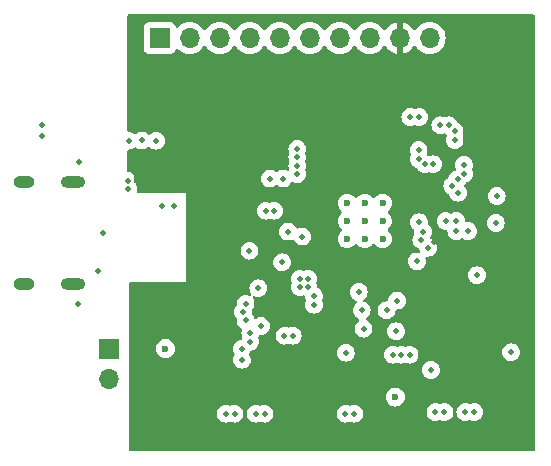
<source format=gbr>
%TF.GenerationSoftware,KiCad,Pcbnew,8.0.0*%
%TF.CreationDate,2024-07-22T23:16:51+01:00*%
%TF.ProjectId,Blue_Pedal,426c7565-5f50-4656-9461-6c2e6b696361,rev?*%
%TF.SameCoordinates,Original*%
%TF.FileFunction,Copper,L3,Inr*%
%TF.FilePolarity,Positive*%
%FSLAX46Y46*%
G04 Gerber Fmt 4.6, Leading zero omitted, Abs format (unit mm)*
G04 Created by KiCad (PCBNEW 8.0.0) date 2024-07-22 23:16:51*
%MOMM*%
%LPD*%
G01*
G04 APERTURE LIST*
%TA.AperFunction,ComponentPad*%
%ADD10O,2.100000X1.000000*%
%TD*%
%TA.AperFunction,ComponentPad*%
%ADD11O,1.800000X1.000000*%
%TD*%
%TA.AperFunction,ComponentPad*%
%ADD12R,1.700000X1.700000*%
%TD*%
%TA.AperFunction,ComponentPad*%
%ADD13O,1.700000X1.700000*%
%TD*%
%TA.AperFunction,ViaPad*%
%ADD14C,0.600000*%
%TD*%
%TA.AperFunction,ViaPad*%
%ADD15C,0.500000*%
%TD*%
G04 APERTURE END LIST*
D10*
%TO.N,GND*%
%TO.C,J1*%
X102805000Y-110680000D03*
D11*
X98625000Y-110680000D03*
D10*
X102805000Y-119320000D03*
D11*
X98625000Y-119320000D03*
%TD*%
D12*
%TO.N,GND*%
%TO.C,J6*%
X105800000Y-124825000D03*
D13*
%TO.N,Net-(J6-Pin_2)*%
X105800000Y-127365000D03*
%TD*%
D12*
%TO.N,+5V*%
%TO.C,J5*%
X110130000Y-98500000D03*
D13*
%TO.N,GND*%
X112670000Y-98500000D03*
%TO.N,/PB4*%
X115210000Y-98500000D03*
%TO.N,/PB5*%
X117750000Y-98500000D03*
%TO.N,/PA6*%
X120290000Y-98500000D03*
%TO.N,/PA7*%
X122830000Y-98500000D03*
%TO.N,/PA8*%
X125370000Y-98500000D03*
%TO.N,/PA9*%
X127910000Y-98500000D03*
%TO.N,+3V3*%
X130450000Y-98500000D03*
%TO.N,GND*%
X132990000Y-98500000D03*
%TD*%
D14*
%TO.N,+3V3*%
X127590000Y-127310000D03*
D15*
X122280000Y-113080000D03*
D14*
X110600000Y-127200000D03*
D15*
X115600000Y-118680000D03*
X119520000Y-106910000D03*
X120600000Y-106900000D03*
X124550000Y-106800000D03*
D14*
X122500000Y-127410000D03*
D15*
X114400000Y-108000000D03*
X123470000Y-110110000D03*
X121520000Y-117120000D03*
X115600000Y-117980000D03*
X119200000Y-117200000D03*
X133400000Y-115800000D03*
X114400000Y-110000000D03*
X123480000Y-105700000D03*
X135260000Y-121740000D03*
X113925000Y-130302000D03*
X124300000Y-120000000D03*
X114400000Y-107100000D03*
D14*
X120800000Y-125300000D03*
D15*
X121800000Y-122300000D03*
X113163000Y-130302000D03*
X115600000Y-117180000D03*
X114400000Y-109000000D03*
X115600000Y-119380000D03*
X132500000Y-111700000D03*
X130210000Y-119760000D03*
X132600000Y-110700000D03*
%TO.N,GND*%
X135100000Y-107150000D03*
X122700000Y-118880000D03*
X117800000Y-123500000D03*
X104900000Y-118200000D03*
X129890000Y-125310000D03*
X131290000Y-125310000D03*
X136017000Y-130175000D03*
X134600000Y-105900000D03*
X138580000Y-114160000D03*
X130140000Y-123330000D03*
X137000000Y-118600000D03*
D14*
X127500000Y-112500000D03*
D15*
X117094000Y-124815600D03*
X127230000Y-121570000D03*
X103300000Y-109000000D03*
X139890000Y-125110000D03*
X107420000Y-110590000D03*
X119460000Y-110400000D03*
D14*
X129000000Y-112500000D03*
D15*
X117400000Y-122400000D03*
X132050000Y-108000000D03*
X121790000Y-107910000D03*
X121400000Y-123700000D03*
X118490000Y-119700000D03*
D14*
X129000000Y-115500000D03*
D15*
X109829600Y-107188000D03*
D14*
X129000000Y-114000000D03*
D15*
X130210000Y-120730000D03*
X107492800Y-107188000D03*
X132600000Y-109200000D03*
X136779000Y-130175000D03*
D14*
X126000000Y-112500000D03*
D15*
X125863000Y-130302000D03*
X133900000Y-105900000D03*
D14*
X127500000Y-114000000D03*
D15*
X126990000Y-120010000D03*
X133483000Y-130175000D03*
X134245000Y-130175000D03*
X135900000Y-110000000D03*
X133090000Y-126610000D03*
X134350000Y-114000000D03*
D14*
X126000000Y-115500000D03*
D15*
X117400000Y-121012500D03*
X135350000Y-110450000D03*
X121790000Y-110010000D03*
X131350000Y-105200000D03*
X121790000Y-109310000D03*
X121790000Y-108610000D03*
X123200000Y-121080000D03*
X122000000Y-119580000D03*
X135250000Y-114000000D03*
X103225600Y-121005600D03*
X136250000Y-114850000D03*
X118700000Y-122900000D03*
X100126800Y-105867200D03*
X122700000Y-119580000D03*
X115707000Y-130302000D03*
D14*
X127500000Y-115500000D03*
D15*
X122000000Y-118880000D03*
X110337600Y-112725200D03*
X119009000Y-130302000D03*
X107440000Y-111290000D03*
X117800000Y-124200000D03*
X138670000Y-111890000D03*
X130590000Y-125310000D03*
X111353600Y-112725200D03*
X119810000Y-113120000D03*
X117094000Y-125730000D03*
X100126800Y-106832400D03*
X116469000Y-130302000D03*
X132100000Y-105200000D03*
X108610000Y-107180000D03*
D14*
X126000000Y-114000000D03*
D15*
X120700000Y-123700000D03*
X135400000Y-111600000D03*
X123200000Y-120380000D03*
X126625000Y-130302000D03*
X135100000Y-106400000D03*
X105300000Y-115000000D03*
X134900000Y-111000000D03*
X120580000Y-110400000D03*
X118247000Y-130302000D03*
X117200000Y-121700000D03*
X135250000Y-114850000D03*
X135900000Y-109250000D03*
X132050000Y-108750000D03*
X133300000Y-109200000D03*
X119110000Y-113120000D03*
%TO.N,/MCU_nRST*%
X129337500Y-121562500D03*
D14*
X130080000Y-128900000D03*
D15*
%TO.N,Net-(C25-Pad1)*%
X127390000Y-123110000D03*
X125890000Y-125150000D03*
%TO.N,/PA9*%
X132090000Y-114110000D03*
%TO.N,/PB4*%
X120990000Y-114887500D03*
%TO.N,/PB5*%
X122190000Y-115310000D03*
%TO.N,/PA8*%
X132426986Y-114918738D03*
%TO.N,/PA6*%
X132873005Y-116260738D03*
%TO.N,/PA7*%
X132290000Y-115610000D03*
%TO.N,/IMU_SCL*%
X120500000Y-117500000D03*
X117735735Y-116515735D03*
%TO.N,/EXT_SWITCH*%
X131920000Y-117410000D03*
D14*
X110620000Y-124800000D03*
%TD*%
%TA.AperFunction,Conductor*%
%TO.N,+3V3*%
G36*
X115100000Y-110800000D02*
G01*
X108000000Y-110800000D01*
X108000000Y-109200000D01*
X113000000Y-109200000D01*
X113000000Y-106500000D01*
X115100000Y-106500000D01*
X115100000Y-110800000D01*
G37*
%TD.AperFunction*%
%TD*%
%TA.AperFunction,Conductor*%
%TO.N,+3V3*%
G36*
X141833039Y-96520185D02*
G01*
X141878794Y-96572989D01*
X141890000Y-96624500D01*
X141890000Y-133375500D01*
X141870315Y-133442539D01*
X141817511Y-133488294D01*
X141766000Y-133499500D01*
X107671890Y-133499500D01*
X107604851Y-133479815D01*
X107559096Y-133427011D01*
X107547891Y-133375921D01*
X107537506Y-130302002D01*
X114951751Y-130302002D01*
X114970685Y-130470056D01*
X115026545Y-130629694D01*
X115026547Y-130629697D01*
X115116518Y-130772884D01*
X115116523Y-130772890D01*
X115236109Y-130892476D01*
X115236115Y-130892481D01*
X115379302Y-130982452D01*
X115379305Y-130982454D01*
X115379309Y-130982455D01*
X115379310Y-130982456D01*
X115451913Y-131007860D01*
X115538943Y-131038314D01*
X115706997Y-131057249D01*
X115707000Y-131057249D01*
X115707003Y-131057249D01*
X115875059Y-131038313D01*
X115875061Y-131038313D01*
X116041263Y-130980156D01*
X116041717Y-130981455D01*
X116103130Y-130971339D01*
X116134589Y-130980576D01*
X116134737Y-130980156D01*
X116300939Y-131038313D01*
X116468997Y-131057249D01*
X116469000Y-131057249D01*
X116469003Y-131057249D01*
X116637056Y-131038314D01*
X116637059Y-131038313D01*
X116796690Y-130982456D01*
X116796692Y-130982454D01*
X116796694Y-130982454D01*
X116796697Y-130982452D01*
X116939884Y-130892481D01*
X116939885Y-130892480D01*
X116939890Y-130892477D01*
X117059477Y-130772890D01*
X117059481Y-130772884D01*
X117149452Y-130629697D01*
X117149454Y-130629694D01*
X117149454Y-130629692D01*
X117149456Y-130629690D01*
X117205313Y-130470059D01*
X117205313Y-130470058D01*
X117205314Y-130470056D01*
X117224249Y-130302002D01*
X117491751Y-130302002D01*
X117510685Y-130470056D01*
X117566545Y-130629694D01*
X117566547Y-130629697D01*
X117656518Y-130772884D01*
X117656523Y-130772890D01*
X117776109Y-130892476D01*
X117776115Y-130892481D01*
X117919302Y-130982452D01*
X117919305Y-130982454D01*
X117919309Y-130982455D01*
X117919310Y-130982456D01*
X117991913Y-131007860D01*
X118078943Y-131038314D01*
X118246997Y-131057249D01*
X118247000Y-131057249D01*
X118247003Y-131057249D01*
X118415059Y-131038313D01*
X118415061Y-131038313D01*
X118581263Y-130980156D01*
X118581717Y-130981455D01*
X118643130Y-130971339D01*
X118674589Y-130980576D01*
X118674737Y-130980156D01*
X118840939Y-131038313D01*
X119008997Y-131057249D01*
X119009000Y-131057249D01*
X119009003Y-131057249D01*
X119177056Y-131038314D01*
X119177059Y-131038313D01*
X119336690Y-130982456D01*
X119336692Y-130982454D01*
X119336694Y-130982454D01*
X119336697Y-130982452D01*
X119479884Y-130892481D01*
X119479885Y-130892480D01*
X119479890Y-130892477D01*
X119599477Y-130772890D01*
X119599481Y-130772884D01*
X119689452Y-130629697D01*
X119689454Y-130629694D01*
X119689454Y-130629692D01*
X119689456Y-130629690D01*
X119745313Y-130470059D01*
X119745313Y-130470058D01*
X119745314Y-130470056D01*
X119764249Y-130302002D01*
X125107751Y-130302002D01*
X125126685Y-130470056D01*
X125182545Y-130629694D01*
X125182547Y-130629697D01*
X125272518Y-130772884D01*
X125272523Y-130772890D01*
X125392109Y-130892476D01*
X125392115Y-130892481D01*
X125535302Y-130982452D01*
X125535305Y-130982454D01*
X125535309Y-130982455D01*
X125535310Y-130982456D01*
X125607913Y-131007860D01*
X125694943Y-131038314D01*
X125862997Y-131057249D01*
X125863000Y-131057249D01*
X125863003Y-131057249D01*
X126031059Y-131038313D01*
X126031061Y-131038313D01*
X126197263Y-130980156D01*
X126197717Y-130981455D01*
X126259130Y-130971339D01*
X126290589Y-130980576D01*
X126290737Y-130980156D01*
X126456939Y-131038313D01*
X126624997Y-131057249D01*
X126625000Y-131057249D01*
X126625003Y-131057249D01*
X126793056Y-131038314D01*
X126793059Y-131038313D01*
X126952690Y-130982456D01*
X126952692Y-130982454D01*
X126952694Y-130982454D01*
X126952697Y-130982452D01*
X127095884Y-130892481D01*
X127095885Y-130892480D01*
X127095890Y-130892477D01*
X127215477Y-130772890D01*
X127215481Y-130772884D01*
X127305452Y-130629697D01*
X127305454Y-130629694D01*
X127305454Y-130629692D01*
X127305456Y-130629690D01*
X127361313Y-130470059D01*
X127361313Y-130470058D01*
X127361314Y-130470056D01*
X127380249Y-130302002D01*
X127380249Y-130301997D01*
X127365940Y-130175002D01*
X132727751Y-130175002D01*
X132746685Y-130343056D01*
X132802545Y-130502694D01*
X132802547Y-130502697D01*
X132892518Y-130645884D01*
X132892523Y-130645890D01*
X133012109Y-130765476D01*
X133012115Y-130765481D01*
X133155302Y-130855452D01*
X133155305Y-130855454D01*
X133155309Y-130855455D01*
X133155310Y-130855456D01*
X133227913Y-130880860D01*
X133314943Y-130911314D01*
X133482997Y-130930249D01*
X133483000Y-130930249D01*
X133483003Y-130930249D01*
X133651059Y-130911313D01*
X133651061Y-130911313D01*
X133817263Y-130853156D01*
X133817717Y-130854455D01*
X133879130Y-130844339D01*
X133910589Y-130853576D01*
X133910737Y-130853156D01*
X134076939Y-130911313D01*
X134244997Y-130930249D01*
X134245000Y-130930249D01*
X134245003Y-130930249D01*
X134413056Y-130911314D01*
X134413059Y-130911313D01*
X134572690Y-130855456D01*
X134572692Y-130855454D01*
X134572694Y-130855454D01*
X134572697Y-130855452D01*
X134715884Y-130765481D01*
X134715885Y-130765480D01*
X134715890Y-130765477D01*
X134835477Y-130645890D01*
X134925452Y-130502697D01*
X134925454Y-130502694D01*
X134925454Y-130502692D01*
X134925456Y-130502690D01*
X134981313Y-130343059D01*
X134981313Y-130343058D01*
X134981314Y-130343056D01*
X135000249Y-130175002D01*
X135261751Y-130175002D01*
X135280685Y-130343056D01*
X135336545Y-130502694D01*
X135336547Y-130502697D01*
X135426518Y-130645884D01*
X135426523Y-130645890D01*
X135546109Y-130765476D01*
X135546115Y-130765481D01*
X135689302Y-130855452D01*
X135689305Y-130855454D01*
X135689309Y-130855455D01*
X135689310Y-130855456D01*
X135761913Y-130880860D01*
X135848943Y-130911314D01*
X136016997Y-130930249D01*
X136017000Y-130930249D01*
X136017003Y-130930249D01*
X136185059Y-130911313D01*
X136185061Y-130911313D01*
X136351263Y-130853156D01*
X136351717Y-130854455D01*
X136413130Y-130844339D01*
X136444589Y-130853576D01*
X136444737Y-130853156D01*
X136610939Y-130911313D01*
X136778997Y-130930249D01*
X136779000Y-130930249D01*
X136779003Y-130930249D01*
X136947056Y-130911314D01*
X136947059Y-130911313D01*
X137106690Y-130855456D01*
X137106692Y-130855454D01*
X137106694Y-130855454D01*
X137106697Y-130855452D01*
X137249884Y-130765481D01*
X137249885Y-130765480D01*
X137249890Y-130765477D01*
X137369477Y-130645890D01*
X137459452Y-130502697D01*
X137459454Y-130502694D01*
X137459454Y-130502692D01*
X137459456Y-130502690D01*
X137515313Y-130343059D01*
X137515313Y-130343058D01*
X137515314Y-130343056D01*
X137534249Y-130175002D01*
X137534249Y-130174997D01*
X137515314Y-130006943D01*
X137459454Y-129847305D01*
X137459452Y-129847302D01*
X137369481Y-129704115D01*
X137369476Y-129704109D01*
X137249890Y-129584523D01*
X137249884Y-129584518D01*
X137106697Y-129494547D01*
X137106694Y-129494545D01*
X136947056Y-129438685D01*
X136779003Y-129419751D01*
X136778997Y-129419751D01*
X136610943Y-129438685D01*
X136481573Y-129483954D01*
X136451310Y-129494544D01*
X136451308Y-129494544D01*
X136444738Y-129496844D01*
X136444284Y-129495547D01*
X136382844Y-129505656D01*
X136351408Y-129496425D01*
X136351262Y-129496844D01*
X136344691Y-129494544D01*
X136344690Y-129494544D01*
X136304664Y-129480538D01*
X136185056Y-129438685D01*
X136017003Y-129419751D01*
X136016997Y-129419751D01*
X135848943Y-129438685D01*
X135689305Y-129494545D01*
X135689302Y-129494547D01*
X135546115Y-129584518D01*
X135546109Y-129584523D01*
X135426523Y-129704109D01*
X135426518Y-129704115D01*
X135336547Y-129847302D01*
X135336545Y-129847305D01*
X135280685Y-130006943D01*
X135261751Y-130174997D01*
X135261751Y-130175002D01*
X135000249Y-130175002D01*
X135000249Y-130174997D01*
X134981314Y-130006943D01*
X134925454Y-129847305D01*
X134925452Y-129847302D01*
X134835481Y-129704115D01*
X134835476Y-129704109D01*
X134715890Y-129584523D01*
X134715884Y-129584518D01*
X134572697Y-129494547D01*
X134572694Y-129494545D01*
X134413056Y-129438685D01*
X134245003Y-129419751D01*
X134244997Y-129419751D01*
X134076943Y-129438685D01*
X133947573Y-129483954D01*
X133917310Y-129494544D01*
X133917308Y-129494544D01*
X133910738Y-129496844D01*
X133910284Y-129495547D01*
X133848844Y-129505656D01*
X133817408Y-129496425D01*
X133817262Y-129496844D01*
X133810691Y-129494544D01*
X133810690Y-129494544D01*
X133770664Y-129480538D01*
X133651056Y-129438685D01*
X133483003Y-129419751D01*
X133482997Y-129419751D01*
X133314943Y-129438685D01*
X133155305Y-129494545D01*
X133155302Y-129494547D01*
X133012115Y-129584518D01*
X133012109Y-129584523D01*
X132892523Y-129704109D01*
X132892518Y-129704115D01*
X132802547Y-129847302D01*
X132802545Y-129847305D01*
X132746685Y-130006943D01*
X132727751Y-130174997D01*
X132727751Y-130175002D01*
X127365940Y-130175002D01*
X127361314Y-130133943D01*
X127305454Y-129974305D01*
X127305452Y-129974302D01*
X127215481Y-129831115D01*
X127215476Y-129831109D01*
X127095890Y-129711523D01*
X127095884Y-129711518D01*
X126952697Y-129621547D01*
X126952694Y-129621545D01*
X126793056Y-129565685D01*
X126625003Y-129546751D01*
X126624997Y-129546751D01*
X126456943Y-129565685D01*
X126327573Y-129610954D01*
X126297310Y-129621544D01*
X126297308Y-129621544D01*
X126290738Y-129623844D01*
X126290284Y-129622547D01*
X126228844Y-129632656D01*
X126197408Y-129623425D01*
X126197262Y-129623844D01*
X126190691Y-129621544D01*
X126190690Y-129621544D01*
X126150664Y-129607538D01*
X126031056Y-129565685D01*
X125863003Y-129546751D01*
X125862997Y-129546751D01*
X125694943Y-129565685D01*
X125535305Y-129621545D01*
X125535302Y-129621547D01*
X125392115Y-129711518D01*
X125392109Y-129711523D01*
X125272523Y-129831109D01*
X125272518Y-129831115D01*
X125182547Y-129974302D01*
X125182545Y-129974305D01*
X125126685Y-130133943D01*
X125107751Y-130301997D01*
X125107751Y-130302002D01*
X119764249Y-130302002D01*
X119764249Y-130301997D01*
X119745314Y-130133943D01*
X119689454Y-129974305D01*
X119689452Y-129974302D01*
X119599481Y-129831115D01*
X119599476Y-129831109D01*
X119479890Y-129711523D01*
X119479884Y-129711518D01*
X119336697Y-129621547D01*
X119336694Y-129621545D01*
X119177056Y-129565685D01*
X119009003Y-129546751D01*
X119008997Y-129546751D01*
X118840943Y-129565685D01*
X118711573Y-129610954D01*
X118681310Y-129621544D01*
X118681308Y-129621544D01*
X118674738Y-129623844D01*
X118674284Y-129622547D01*
X118612844Y-129632656D01*
X118581408Y-129623425D01*
X118581262Y-129623844D01*
X118574691Y-129621544D01*
X118574690Y-129621544D01*
X118534664Y-129607538D01*
X118415056Y-129565685D01*
X118247003Y-129546751D01*
X118246997Y-129546751D01*
X118078943Y-129565685D01*
X117919305Y-129621545D01*
X117919302Y-129621547D01*
X117776115Y-129711518D01*
X117776109Y-129711523D01*
X117656523Y-129831109D01*
X117656518Y-129831115D01*
X117566547Y-129974302D01*
X117566545Y-129974305D01*
X117510685Y-130133943D01*
X117491751Y-130301997D01*
X117491751Y-130302002D01*
X117224249Y-130302002D01*
X117224249Y-130301997D01*
X117205314Y-130133943D01*
X117149454Y-129974305D01*
X117149452Y-129974302D01*
X117059481Y-129831115D01*
X117059476Y-129831109D01*
X116939890Y-129711523D01*
X116939884Y-129711518D01*
X116796697Y-129621547D01*
X116796694Y-129621545D01*
X116637056Y-129565685D01*
X116469003Y-129546751D01*
X116468997Y-129546751D01*
X116300943Y-129565685D01*
X116171573Y-129610954D01*
X116141310Y-129621544D01*
X116141308Y-129621544D01*
X116134738Y-129623844D01*
X116134284Y-129622547D01*
X116072844Y-129632656D01*
X116041408Y-129623425D01*
X116041262Y-129623844D01*
X116034691Y-129621544D01*
X116034690Y-129621544D01*
X115994664Y-129607538D01*
X115875056Y-129565685D01*
X115707003Y-129546751D01*
X115706997Y-129546751D01*
X115538943Y-129565685D01*
X115379305Y-129621545D01*
X115379302Y-129621547D01*
X115236115Y-129711518D01*
X115236109Y-129711523D01*
X115116523Y-129831109D01*
X115116518Y-129831115D01*
X115026547Y-129974302D01*
X115026545Y-129974305D01*
X114970685Y-130133943D01*
X114951751Y-130301997D01*
X114951751Y-130302002D01*
X107537506Y-130302002D01*
X107532770Y-128900003D01*
X129274435Y-128900003D01*
X129294630Y-129079249D01*
X129294631Y-129079254D01*
X129354211Y-129249523D01*
X129450184Y-129402262D01*
X129577738Y-129529816D01*
X129664796Y-129584518D01*
X129727382Y-129623844D01*
X129730478Y-129625789D01*
X129900745Y-129685368D01*
X129900750Y-129685369D01*
X130079996Y-129705565D01*
X130080000Y-129705565D01*
X130080004Y-129705565D01*
X130259249Y-129685369D01*
X130259252Y-129685368D01*
X130259255Y-129685368D01*
X130429522Y-129625789D01*
X130582262Y-129529816D01*
X130709816Y-129402262D01*
X130805789Y-129249522D01*
X130865368Y-129079255D01*
X130885565Y-128900000D01*
X130865368Y-128720745D01*
X130805789Y-128550478D01*
X130709816Y-128397738D01*
X130582262Y-128270184D01*
X130429523Y-128174211D01*
X130259254Y-128114631D01*
X130259249Y-128114630D01*
X130080004Y-128094435D01*
X130079996Y-128094435D01*
X129900750Y-128114630D01*
X129900745Y-128114631D01*
X129730476Y-128174211D01*
X129577737Y-128270184D01*
X129450184Y-128397737D01*
X129354211Y-128550476D01*
X129294631Y-128720745D01*
X129294630Y-128720750D01*
X129274435Y-128899996D01*
X129274435Y-128900003D01*
X107532770Y-128900003D01*
X107525033Y-126610002D01*
X132334751Y-126610002D01*
X132353685Y-126778056D01*
X132409545Y-126937694D01*
X132409547Y-126937697D01*
X132499518Y-127080884D01*
X132499523Y-127080890D01*
X132619109Y-127200476D01*
X132619115Y-127200481D01*
X132762302Y-127290452D01*
X132762305Y-127290454D01*
X132762309Y-127290455D01*
X132762310Y-127290456D01*
X132834913Y-127315860D01*
X132921943Y-127346314D01*
X133089997Y-127365249D01*
X133090000Y-127365249D01*
X133090003Y-127365249D01*
X133258056Y-127346314D01*
X133258059Y-127346313D01*
X133417690Y-127290456D01*
X133417692Y-127290454D01*
X133417694Y-127290454D01*
X133417697Y-127290452D01*
X133560884Y-127200481D01*
X133560885Y-127200480D01*
X133560890Y-127200477D01*
X133680477Y-127080890D01*
X133770452Y-126937697D01*
X133770454Y-126937694D01*
X133770454Y-126937692D01*
X133770456Y-126937690D01*
X133826313Y-126778059D01*
X133826313Y-126778058D01*
X133826314Y-126778056D01*
X133845249Y-126610002D01*
X133845249Y-126609997D01*
X133826314Y-126441943D01*
X133795860Y-126354913D01*
X133770456Y-126282310D01*
X133770455Y-126282309D01*
X133770454Y-126282305D01*
X133770452Y-126282302D01*
X133680481Y-126139115D01*
X133680476Y-126139109D01*
X133560890Y-126019523D01*
X133560884Y-126019518D01*
X133417697Y-125929547D01*
X133417694Y-125929545D01*
X133258056Y-125873685D01*
X133090003Y-125854751D01*
X133089997Y-125854751D01*
X132921943Y-125873685D01*
X132762305Y-125929545D01*
X132762302Y-125929547D01*
X132619115Y-126019518D01*
X132619109Y-126019523D01*
X132499523Y-126139109D01*
X132499518Y-126139115D01*
X132409547Y-126282302D01*
X132409545Y-126282305D01*
X132353685Y-126441943D01*
X132334751Y-126609997D01*
X132334751Y-126610002D01*
X107525033Y-126610002D01*
X107522060Y-125730002D01*
X116338751Y-125730002D01*
X116357685Y-125898056D01*
X116413545Y-126057694D01*
X116413547Y-126057697D01*
X116503518Y-126200884D01*
X116503523Y-126200890D01*
X116623109Y-126320476D01*
X116623115Y-126320481D01*
X116766302Y-126410452D01*
X116766305Y-126410454D01*
X116766309Y-126410455D01*
X116766310Y-126410456D01*
X116838913Y-126435860D01*
X116925943Y-126466314D01*
X117093997Y-126485249D01*
X117094000Y-126485249D01*
X117094003Y-126485249D01*
X117262056Y-126466314D01*
X117262059Y-126466313D01*
X117421690Y-126410456D01*
X117421692Y-126410454D01*
X117421694Y-126410454D01*
X117421697Y-126410452D01*
X117564884Y-126320481D01*
X117564885Y-126320480D01*
X117564890Y-126320477D01*
X117684477Y-126200890D01*
X117723297Y-126139109D01*
X117774452Y-126057697D01*
X117774454Y-126057694D01*
X117774454Y-126057692D01*
X117774456Y-126057690D01*
X117830313Y-125898059D01*
X117830313Y-125898058D01*
X117830314Y-125898056D01*
X117849249Y-125730002D01*
X117849249Y-125729997D01*
X117830314Y-125561943D01*
X117811694Y-125508730D01*
X117774456Y-125402310D01*
X117774454Y-125402307D01*
X117774454Y-125402306D01*
X117734533Y-125338773D01*
X117715532Y-125271536D01*
X117734533Y-125206827D01*
X117742155Y-125194695D01*
X117770238Y-125150002D01*
X125134751Y-125150002D01*
X125153685Y-125318056D01*
X125209545Y-125477694D01*
X125209547Y-125477697D01*
X125299518Y-125620884D01*
X125299523Y-125620890D01*
X125419109Y-125740476D01*
X125419115Y-125740481D01*
X125562302Y-125830452D01*
X125562305Y-125830454D01*
X125562309Y-125830455D01*
X125562310Y-125830456D01*
X125634913Y-125855860D01*
X125721943Y-125886314D01*
X125889997Y-125905249D01*
X125890000Y-125905249D01*
X125890003Y-125905249D01*
X126058056Y-125886314D01*
X126094142Y-125873687D01*
X126217690Y-125830456D01*
X126217692Y-125830454D01*
X126217694Y-125830454D01*
X126217697Y-125830452D01*
X126360884Y-125740481D01*
X126360885Y-125740480D01*
X126360890Y-125740477D01*
X126480477Y-125620890D01*
X126480481Y-125620884D01*
X126570452Y-125477697D01*
X126570454Y-125477694D01*
X126570454Y-125477692D01*
X126570456Y-125477690D01*
X126626313Y-125318059D01*
X126626313Y-125318058D01*
X126626314Y-125318056D01*
X126627221Y-125310002D01*
X129134751Y-125310002D01*
X129153685Y-125478056D01*
X129209545Y-125637694D01*
X129209547Y-125637697D01*
X129299518Y-125780884D01*
X129299523Y-125780890D01*
X129419109Y-125900476D01*
X129419115Y-125900481D01*
X129562302Y-125990452D01*
X129562305Y-125990454D01*
X129562309Y-125990455D01*
X129562310Y-125990456D01*
X129580955Y-125996980D01*
X129721943Y-126046314D01*
X129889997Y-126065249D01*
X129890000Y-126065249D01*
X129890003Y-126065249D01*
X130058059Y-126046313D01*
X130058060Y-126046313D01*
X130199045Y-125996980D01*
X130268824Y-125993418D01*
X130280955Y-125996980D01*
X130421939Y-126046313D01*
X130589997Y-126065249D01*
X130590000Y-126065249D01*
X130590003Y-126065249D01*
X130758059Y-126046313D01*
X130758060Y-126046313D01*
X130899045Y-125996980D01*
X130968824Y-125993418D01*
X130980955Y-125996980D01*
X131121939Y-126046313D01*
X131289997Y-126065249D01*
X131290000Y-126065249D01*
X131290003Y-126065249D01*
X131458056Y-126046314D01*
X131458059Y-126046313D01*
X131617690Y-125990456D01*
X131617692Y-125990454D01*
X131617694Y-125990454D01*
X131617697Y-125990452D01*
X131760884Y-125900481D01*
X131760885Y-125900480D01*
X131760890Y-125900477D01*
X131880477Y-125780890D01*
X131905868Y-125740481D01*
X131970452Y-125637697D01*
X131970454Y-125637694D01*
X131970454Y-125637692D01*
X131970456Y-125637690D01*
X132026313Y-125478059D01*
X132026313Y-125478058D01*
X132026314Y-125478056D01*
X132045249Y-125310002D01*
X132045249Y-125309997D01*
X132026314Y-125141943D01*
X132015137Y-125110002D01*
X139134751Y-125110002D01*
X139153685Y-125278056D01*
X139209545Y-125437694D01*
X139209547Y-125437697D01*
X139299518Y-125580884D01*
X139299523Y-125580890D01*
X139419109Y-125700476D01*
X139419115Y-125700481D01*
X139562302Y-125790452D01*
X139562305Y-125790454D01*
X139562309Y-125790455D01*
X139562310Y-125790456D01*
X139634913Y-125815860D01*
X139721943Y-125846314D01*
X139889997Y-125865249D01*
X139890000Y-125865249D01*
X139890003Y-125865249D01*
X140058056Y-125846314D01*
X140058059Y-125846313D01*
X140217690Y-125790456D01*
X140217692Y-125790454D01*
X140217694Y-125790454D01*
X140217697Y-125790452D01*
X140360884Y-125700481D01*
X140360885Y-125700480D01*
X140360890Y-125700477D01*
X140480477Y-125580890D01*
X140480481Y-125580884D01*
X140570452Y-125437697D01*
X140570454Y-125437694D01*
X140570454Y-125437692D01*
X140570456Y-125437690D01*
X140626313Y-125278059D01*
X140626313Y-125278058D01*
X140626314Y-125278056D01*
X140645249Y-125110002D01*
X140645249Y-125109997D01*
X140626314Y-124941943D01*
X140590331Y-124839109D01*
X140570456Y-124782310D01*
X140570455Y-124782309D01*
X140570454Y-124782305D01*
X140570452Y-124782302D01*
X140480481Y-124639115D01*
X140480476Y-124639109D01*
X140360890Y-124519523D01*
X140360884Y-124519518D01*
X140217697Y-124429547D01*
X140217694Y-124429545D01*
X140058056Y-124373685D01*
X139890003Y-124354751D01*
X139889997Y-124354751D01*
X139721943Y-124373685D01*
X139562305Y-124429545D01*
X139562302Y-124429547D01*
X139419115Y-124519518D01*
X139419109Y-124519523D01*
X139299523Y-124639109D01*
X139299518Y-124639115D01*
X139209547Y-124782302D01*
X139209545Y-124782305D01*
X139153685Y-124941943D01*
X139134751Y-125109997D01*
X139134751Y-125110002D01*
X132015137Y-125110002D01*
X131970454Y-124982305D01*
X131970452Y-124982302D01*
X131880481Y-124839115D01*
X131880476Y-124839109D01*
X131760890Y-124719523D01*
X131760884Y-124719518D01*
X131617697Y-124629547D01*
X131617694Y-124629545D01*
X131458056Y-124573685D01*
X131290003Y-124554751D01*
X131289997Y-124554751D01*
X131121943Y-124573685D01*
X130980955Y-124623020D01*
X130911176Y-124626581D01*
X130899045Y-124623020D01*
X130758056Y-124573685D01*
X130590003Y-124554751D01*
X130589997Y-124554751D01*
X130421943Y-124573685D01*
X130280955Y-124623020D01*
X130211176Y-124626581D01*
X130199045Y-124623020D01*
X130058056Y-124573685D01*
X129890003Y-124554751D01*
X129889997Y-124554751D01*
X129721943Y-124573685D01*
X129562305Y-124629545D01*
X129562302Y-124629547D01*
X129419115Y-124719518D01*
X129419109Y-124719523D01*
X129299523Y-124839109D01*
X129299518Y-124839115D01*
X129209547Y-124982302D01*
X129209545Y-124982305D01*
X129153685Y-125141943D01*
X129134751Y-125309997D01*
X129134751Y-125310002D01*
X126627221Y-125310002D01*
X126645249Y-125150002D01*
X126645249Y-125149997D01*
X126626314Y-124981943D01*
X126576336Y-124839115D01*
X126570456Y-124822310D01*
X126570455Y-124822309D01*
X126570454Y-124822305D01*
X126570452Y-124822302D01*
X126480481Y-124679115D01*
X126480476Y-124679109D01*
X126360890Y-124559523D01*
X126360884Y-124559518D01*
X126217697Y-124469547D01*
X126217694Y-124469545D01*
X126058056Y-124413685D01*
X125890003Y-124394751D01*
X125889997Y-124394751D01*
X125721943Y-124413685D01*
X125562305Y-124469545D01*
X125562302Y-124469547D01*
X125419115Y-124559518D01*
X125419109Y-124559523D01*
X125299523Y-124679109D01*
X125299518Y-124679115D01*
X125209547Y-124822302D01*
X125209545Y-124822305D01*
X125153685Y-124981943D01*
X125134751Y-125149997D01*
X125134751Y-125150002D01*
X117770238Y-125150002D01*
X117774456Y-125143290D01*
X117816173Y-125024068D01*
X117856895Y-124967292D01*
X117919329Y-124941803D01*
X117968059Y-124936313D01*
X118127690Y-124880456D01*
X118127692Y-124880454D01*
X118127694Y-124880454D01*
X118127697Y-124880452D01*
X118270884Y-124790481D01*
X118270885Y-124790480D01*
X118270890Y-124790477D01*
X118390477Y-124670890D01*
X118405148Y-124647541D01*
X118480452Y-124527697D01*
X118480454Y-124527694D01*
X118480454Y-124527692D01*
X118480456Y-124527690D01*
X118536313Y-124368059D01*
X118536313Y-124368058D01*
X118536314Y-124368056D01*
X118555249Y-124200002D01*
X118555249Y-124199997D01*
X118536313Y-124031940D01*
X118536313Y-124031938D01*
X118486980Y-123890954D01*
X118483418Y-123821175D01*
X118486971Y-123809070D01*
X118514175Y-123731324D01*
X118536641Y-123700002D01*
X119944751Y-123700002D01*
X119963685Y-123868056D01*
X120019545Y-124027694D01*
X120019547Y-124027697D01*
X120109518Y-124170884D01*
X120109523Y-124170890D01*
X120229109Y-124290476D01*
X120229115Y-124290481D01*
X120372302Y-124380452D01*
X120372305Y-124380454D01*
X120372309Y-124380455D01*
X120372310Y-124380456D01*
X120390955Y-124386980D01*
X120531943Y-124436314D01*
X120699997Y-124455249D01*
X120700000Y-124455249D01*
X120700003Y-124455249D01*
X120868059Y-124436313D01*
X120868060Y-124436313D01*
X121009045Y-124386980D01*
X121078824Y-124383418D01*
X121090955Y-124386980D01*
X121231939Y-124436313D01*
X121399997Y-124455249D01*
X121400000Y-124455249D01*
X121400003Y-124455249D01*
X121568056Y-124436314D01*
X121587401Y-124429545D01*
X121727690Y-124380456D01*
X121727692Y-124380454D01*
X121727694Y-124380454D01*
X121727697Y-124380452D01*
X121870884Y-124290481D01*
X121870885Y-124290480D01*
X121870890Y-124290477D01*
X121990477Y-124170890D01*
X122044289Y-124085249D01*
X122080452Y-124027697D01*
X122080454Y-124027694D01*
X122080454Y-124027692D01*
X122080456Y-124027690D01*
X122136313Y-123868059D01*
X122136313Y-123868058D01*
X122136314Y-123868056D01*
X122155249Y-123700002D01*
X122155249Y-123699997D01*
X122136314Y-123531943D01*
X122080454Y-123372305D01*
X122080452Y-123372302D01*
X121990481Y-123229115D01*
X121990476Y-123229109D01*
X121870890Y-123109523D01*
X121870884Y-123109518D01*
X121727697Y-123019547D01*
X121727694Y-123019545D01*
X121568056Y-122963685D01*
X121400003Y-122944751D01*
X121399997Y-122944751D01*
X121231943Y-122963685D01*
X121090955Y-123013020D01*
X121021176Y-123016581D01*
X121009045Y-123013020D01*
X120868056Y-122963685D01*
X120700003Y-122944751D01*
X120699997Y-122944751D01*
X120531943Y-122963685D01*
X120372305Y-123019545D01*
X120372302Y-123019547D01*
X120229115Y-123109518D01*
X120229109Y-123109523D01*
X120109523Y-123229109D01*
X120109518Y-123229115D01*
X120019547Y-123372302D01*
X120019545Y-123372305D01*
X119963685Y-123531943D01*
X119944751Y-123699997D01*
X119944751Y-123700002D01*
X118536641Y-123700002D01*
X118554895Y-123674552D01*
X118619848Y-123648805D01*
X118645099Y-123649063D01*
X118699998Y-123655249D01*
X118700000Y-123655249D01*
X118700003Y-123655249D01*
X118868056Y-123636314D01*
X118868059Y-123636313D01*
X119027690Y-123580456D01*
X119027692Y-123580454D01*
X119027694Y-123580454D01*
X119027697Y-123580452D01*
X119170884Y-123490481D01*
X119170885Y-123490480D01*
X119170890Y-123490477D01*
X119290477Y-123370890D01*
X119314950Y-123331942D01*
X119380452Y-123227697D01*
X119380454Y-123227694D01*
X119380454Y-123227692D01*
X119380456Y-123227690D01*
X119436313Y-123068059D01*
X119436313Y-123068058D01*
X119436314Y-123068056D01*
X119455249Y-122900002D01*
X119455249Y-122899997D01*
X119436314Y-122731943D01*
X119380454Y-122572305D01*
X119380452Y-122572302D01*
X119290481Y-122429115D01*
X119290476Y-122429109D01*
X119170890Y-122309523D01*
X119170884Y-122309518D01*
X119027697Y-122219547D01*
X119027694Y-122219545D01*
X118868056Y-122163685D01*
X118700003Y-122144751D01*
X118699997Y-122144751D01*
X118531943Y-122163685D01*
X118372305Y-122219545D01*
X118372304Y-122219546D01*
X118306950Y-122260611D01*
X118239714Y-122279611D01*
X118172879Y-122259243D01*
X118127665Y-122205975D01*
X118123938Y-122196572D01*
X118080457Y-122072313D01*
X118080452Y-122072302D01*
X117990481Y-121929115D01*
X117990476Y-121929109D01*
X117977841Y-121916474D01*
X117944356Y-121855151D01*
X117942302Y-121814909D01*
X117955249Y-121700002D01*
X117955249Y-121699998D01*
X117943567Y-121596326D01*
X117955621Y-121527504D01*
X117979106Y-121494760D01*
X117990477Y-121483390D01*
X118080456Y-121340190D01*
X118136313Y-121180559D01*
X118136313Y-121180558D01*
X118136314Y-121180556D01*
X118155249Y-121012502D01*
X118155249Y-121012497D01*
X118136314Y-120844443D01*
X118108603Y-120765249D01*
X118080456Y-120684810D01*
X118080454Y-120684807D01*
X118080454Y-120684806D01*
X117999721Y-120556322D01*
X117980720Y-120489085D01*
X118001087Y-120422250D01*
X118054355Y-120377035D01*
X118123611Y-120367797D01*
X118158516Y-120378629D01*
X118162306Y-120380454D01*
X118162307Y-120380454D01*
X118162310Y-120380456D01*
X118268730Y-120417694D01*
X118321943Y-120436314D01*
X118489997Y-120455249D01*
X118490000Y-120455249D01*
X118490003Y-120455249D01*
X118658056Y-120436314D01*
X118658059Y-120436313D01*
X118817690Y-120380456D01*
X118817692Y-120380454D01*
X118817694Y-120380454D01*
X118817697Y-120380452D01*
X118960884Y-120290481D01*
X118960885Y-120290480D01*
X118960890Y-120290477D01*
X119080477Y-120170890D01*
X119089722Y-120156177D01*
X119170452Y-120027697D01*
X119170454Y-120027694D01*
X119170454Y-120027692D01*
X119170456Y-120027690D01*
X119226313Y-119868059D01*
X119226313Y-119868058D01*
X119226314Y-119868056D01*
X119245249Y-119700002D01*
X119245249Y-119699997D01*
X119231729Y-119580002D01*
X121244751Y-119580002D01*
X121263685Y-119748056D01*
X121319545Y-119907694D01*
X121319547Y-119907697D01*
X121409518Y-120050884D01*
X121409523Y-120050890D01*
X121529109Y-120170476D01*
X121529115Y-120170481D01*
X121672302Y-120260452D01*
X121672305Y-120260454D01*
X121672309Y-120260455D01*
X121672310Y-120260456D01*
X121709231Y-120273375D01*
X121831943Y-120316314D01*
X121999997Y-120335249D01*
X122000000Y-120335249D01*
X122000003Y-120335249D01*
X122126044Y-120321047D01*
X122168059Y-120316313D01*
X122280587Y-120276937D01*
X122350364Y-120273375D01*
X122410992Y-120308104D01*
X122443219Y-120370097D01*
X122444761Y-120380095D01*
X122463685Y-120548056D01*
X122513020Y-120689045D01*
X122516581Y-120758824D01*
X122513020Y-120770955D01*
X122463685Y-120911943D01*
X122444751Y-121079997D01*
X122444751Y-121080002D01*
X122463685Y-121248056D01*
X122519545Y-121407694D01*
X122519547Y-121407697D01*
X122609518Y-121550884D01*
X122609523Y-121550890D01*
X122729109Y-121670476D01*
X122729115Y-121670481D01*
X122872302Y-121760452D01*
X122872305Y-121760454D01*
X122872309Y-121760455D01*
X122872310Y-121760456D01*
X122944913Y-121785860D01*
X123031943Y-121816314D01*
X123199997Y-121835249D01*
X123200000Y-121835249D01*
X123200003Y-121835249D01*
X123368056Y-121816314D01*
X123372071Y-121814909D01*
X123527690Y-121760456D01*
X123527692Y-121760454D01*
X123527694Y-121760454D01*
X123527697Y-121760452D01*
X123670884Y-121670481D01*
X123670885Y-121670480D01*
X123670890Y-121670477D01*
X123790477Y-121550890D01*
X123799214Y-121536985D01*
X123880452Y-121407697D01*
X123880454Y-121407694D01*
X123880454Y-121407692D01*
X123880456Y-121407690D01*
X123936313Y-121248059D01*
X123936313Y-121248058D01*
X123936314Y-121248056D01*
X123955249Y-121080002D01*
X123955249Y-121079997D01*
X123936313Y-120911940D01*
X123936313Y-120911939D01*
X123886980Y-120770955D01*
X123883418Y-120701176D01*
X123886980Y-120689045D01*
X123936313Y-120548060D01*
X123936313Y-120548059D01*
X123955249Y-120380002D01*
X123955249Y-120379997D01*
X123936314Y-120211943D01*
X123880454Y-120052305D01*
X123880452Y-120052302D01*
X123853873Y-120010002D01*
X126234751Y-120010002D01*
X126253685Y-120178056D01*
X126309545Y-120337694D01*
X126309547Y-120337697D01*
X126399518Y-120480884D01*
X126399523Y-120480890D01*
X126519109Y-120600476D01*
X126519115Y-120600481D01*
X126662302Y-120690452D01*
X126662308Y-120690455D01*
X126662310Y-120690456D01*
X126775321Y-120730000D01*
X126776936Y-120730565D01*
X126833712Y-120771287D01*
X126859460Y-120836239D01*
X126846004Y-120904801D01*
X126801956Y-120952599D01*
X126759114Y-120979519D01*
X126759109Y-120979523D01*
X126639523Y-121099109D01*
X126639518Y-121099115D01*
X126549547Y-121242302D01*
X126549545Y-121242305D01*
X126493685Y-121401943D01*
X126474751Y-121569997D01*
X126474751Y-121570002D01*
X126493685Y-121738056D01*
X126549545Y-121897694D01*
X126549547Y-121897697D01*
X126639518Y-122040884D01*
X126639523Y-122040890D01*
X126759109Y-122160476D01*
X126759115Y-122160481D01*
X126902302Y-122250452D01*
X126902307Y-122250455D01*
X126902310Y-122250456D01*
X126945107Y-122265431D01*
X127001883Y-122306153D01*
X127027631Y-122371105D01*
X127014175Y-122439667D01*
X126970127Y-122487466D01*
X126919108Y-122519524D01*
X126799523Y-122639109D01*
X126799518Y-122639115D01*
X126709547Y-122782302D01*
X126709545Y-122782305D01*
X126653685Y-122941943D01*
X126634751Y-123109997D01*
X126634751Y-123110002D01*
X126653685Y-123278056D01*
X126709545Y-123437694D01*
X126709547Y-123437697D01*
X126799518Y-123580884D01*
X126799523Y-123580890D01*
X126919109Y-123700476D01*
X126919115Y-123700481D01*
X127062302Y-123790452D01*
X127062305Y-123790454D01*
X127062309Y-123790455D01*
X127062310Y-123790456D01*
X127092112Y-123800884D01*
X127221943Y-123846314D01*
X127389997Y-123865249D01*
X127390000Y-123865249D01*
X127390003Y-123865249D01*
X127558056Y-123846314D01*
X127558059Y-123846313D01*
X127717690Y-123790456D01*
X127717692Y-123790454D01*
X127717694Y-123790454D01*
X127717697Y-123790452D01*
X127860884Y-123700481D01*
X127860885Y-123700480D01*
X127860890Y-123700477D01*
X127980477Y-123580890D01*
X128031306Y-123499997D01*
X128070452Y-123437697D01*
X128070454Y-123437694D01*
X128070454Y-123437692D01*
X128070456Y-123437690D01*
X128108137Y-123330002D01*
X129384751Y-123330002D01*
X129403685Y-123498056D01*
X129459545Y-123657694D01*
X129459547Y-123657697D01*
X129549518Y-123800884D01*
X129549523Y-123800890D01*
X129669109Y-123920476D01*
X129669115Y-123920481D01*
X129812302Y-124010452D01*
X129812305Y-124010454D01*
X129812309Y-124010455D01*
X129812310Y-124010456D01*
X129861562Y-124027690D01*
X129971943Y-124066314D01*
X130139997Y-124085249D01*
X130140000Y-124085249D01*
X130140003Y-124085249D01*
X130308056Y-124066314D01*
X130359517Y-124048307D01*
X130467690Y-124010456D01*
X130467692Y-124010454D01*
X130467694Y-124010454D01*
X130467697Y-124010452D01*
X130610884Y-123920481D01*
X130610885Y-123920480D01*
X130610890Y-123920477D01*
X130730477Y-123800890D01*
X130737033Y-123790456D01*
X130820452Y-123657697D01*
X130820454Y-123657694D01*
X130820454Y-123657692D01*
X130820456Y-123657690D01*
X130876313Y-123498059D01*
X130876313Y-123498058D01*
X130876314Y-123498056D01*
X130895249Y-123330002D01*
X130895249Y-123329997D01*
X130876314Y-123161943D01*
X130826486Y-123019544D01*
X130820456Y-123002310D01*
X130820455Y-123002309D01*
X130820454Y-123002305D01*
X130820452Y-123002302D01*
X130730481Y-122859115D01*
X130730476Y-122859109D01*
X130610890Y-122739523D01*
X130610884Y-122739518D01*
X130467697Y-122649547D01*
X130467694Y-122649545D01*
X130308056Y-122593685D01*
X130140003Y-122574751D01*
X130139997Y-122574751D01*
X129971943Y-122593685D01*
X129812305Y-122649545D01*
X129812302Y-122649547D01*
X129669115Y-122739518D01*
X129669109Y-122739523D01*
X129549523Y-122859109D01*
X129549518Y-122859115D01*
X129459547Y-123002302D01*
X129459545Y-123002305D01*
X129403685Y-123161943D01*
X129384751Y-123329997D01*
X129384751Y-123330002D01*
X128108137Y-123330002D01*
X128126313Y-123278059D01*
X128126313Y-123278058D01*
X128126314Y-123278056D01*
X128145249Y-123110002D01*
X128145249Y-123109997D01*
X128126314Y-122941943D01*
X128070454Y-122782305D01*
X128070452Y-122782302D01*
X127980481Y-122639115D01*
X127980476Y-122639109D01*
X127860890Y-122519523D01*
X127860884Y-122519518D01*
X127717697Y-122429547D01*
X127717686Y-122429542D01*
X127674891Y-122414567D01*
X127618115Y-122373845D01*
X127592368Y-122308892D01*
X127605825Y-122240331D01*
X127649872Y-122192533D01*
X127700890Y-122160477D01*
X127820477Y-122040890D01*
X127825190Y-122033390D01*
X127910452Y-121897697D01*
X127910454Y-121897694D01*
X127910454Y-121897692D01*
X127910456Y-121897690D01*
X127966313Y-121738059D01*
X127966313Y-121738058D01*
X127966314Y-121738056D01*
X127985249Y-121570002D01*
X127985249Y-121569997D01*
X127984405Y-121562502D01*
X128582251Y-121562502D01*
X128601185Y-121730556D01*
X128657045Y-121890194D01*
X128657047Y-121890197D01*
X128747018Y-122033384D01*
X128747023Y-122033390D01*
X128866609Y-122152976D01*
X128866615Y-122152981D01*
X129009802Y-122242952D01*
X129009805Y-122242954D01*
X129009809Y-122242955D01*
X129009810Y-122242956D01*
X129074040Y-122265431D01*
X129169443Y-122298814D01*
X129337497Y-122317749D01*
X129337500Y-122317749D01*
X129337503Y-122317749D01*
X129505556Y-122298814D01*
X129560435Y-122279611D01*
X129665190Y-122242956D01*
X129665192Y-122242954D01*
X129665194Y-122242954D01*
X129665197Y-122242952D01*
X129808384Y-122152981D01*
X129808385Y-122152980D01*
X129808390Y-122152977D01*
X129927977Y-122033390D01*
X129993501Y-121929110D01*
X130017952Y-121890197D01*
X130017954Y-121890194D01*
X130017954Y-121890192D01*
X130017956Y-121890190D01*
X130073813Y-121730559D01*
X130073813Y-121730557D01*
X130073814Y-121730555D01*
X130089046Y-121595366D01*
X130116112Y-121530952D01*
X130173707Y-121491397D01*
X130203155Y-121486701D01*
X130203080Y-121486029D01*
X130378056Y-121466314D01*
X130378059Y-121466313D01*
X130537690Y-121410456D01*
X130537692Y-121410454D01*
X130537694Y-121410454D01*
X130537697Y-121410452D01*
X130680884Y-121320481D01*
X130680885Y-121320480D01*
X130680890Y-121320477D01*
X130800477Y-121200890D01*
X130864431Y-121099109D01*
X130890452Y-121057697D01*
X130890454Y-121057694D01*
X130890454Y-121057692D01*
X130890456Y-121057690D01*
X130946313Y-120898059D01*
X130946313Y-120898058D01*
X130946314Y-120898056D01*
X130965249Y-120730002D01*
X130965249Y-120729997D01*
X130946314Y-120561943D01*
X130890454Y-120402305D01*
X130890452Y-120402302D01*
X130800481Y-120259115D01*
X130800476Y-120259109D01*
X130680890Y-120139523D01*
X130680884Y-120139518D01*
X130537697Y-120049547D01*
X130537694Y-120049545D01*
X130378056Y-119993685D01*
X130210003Y-119974751D01*
X130209997Y-119974751D01*
X130041943Y-119993685D01*
X129882305Y-120049545D01*
X129882302Y-120049547D01*
X129739115Y-120139518D01*
X129739109Y-120139523D01*
X129619523Y-120259109D01*
X129619518Y-120259115D01*
X129529547Y-120402302D01*
X129529545Y-120402305D01*
X129473685Y-120561944D01*
X129458454Y-120697134D01*
X129431388Y-120761548D01*
X129373793Y-120801103D01*
X129344344Y-120805798D01*
X129344420Y-120806471D01*
X129169443Y-120826185D01*
X129009805Y-120882045D01*
X129009802Y-120882047D01*
X128866615Y-120972018D01*
X128866609Y-120972023D01*
X128747023Y-121091609D01*
X128747018Y-121091615D01*
X128657047Y-121234802D01*
X128657045Y-121234805D01*
X128601185Y-121394443D01*
X128582251Y-121562497D01*
X128582251Y-121562502D01*
X127984405Y-121562502D01*
X127966314Y-121401943D01*
X127935860Y-121314913D01*
X127910456Y-121242310D01*
X127910455Y-121242309D01*
X127910454Y-121242305D01*
X127910452Y-121242302D01*
X127820481Y-121099115D01*
X127820476Y-121099109D01*
X127700890Y-120979523D01*
X127700884Y-120979518D01*
X127557697Y-120889547D01*
X127557686Y-120889542D01*
X127443062Y-120849433D01*
X127386286Y-120808712D01*
X127360539Y-120743759D01*
X127373995Y-120675197D01*
X127418044Y-120627399D01*
X127460890Y-120600477D01*
X127580477Y-120480890D01*
X127580481Y-120480884D01*
X127670452Y-120337697D01*
X127670454Y-120337694D01*
X127670454Y-120337692D01*
X127670456Y-120337690D01*
X127726313Y-120178059D01*
X127726313Y-120178058D01*
X127726314Y-120178056D01*
X127745249Y-120010002D01*
X127745249Y-120009997D01*
X127726314Y-119841943D01*
X127693461Y-119748056D01*
X127670456Y-119682310D01*
X127670455Y-119682309D01*
X127670454Y-119682305D01*
X127670452Y-119682302D01*
X127580481Y-119539115D01*
X127580476Y-119539109D01*
X127460890Y-119419523D01*
X127460884Y-119419518D01*
X127317697Y-119329547D01*
X127317694Y-119329545D01*
X127158056Y-119273685D01*
X126990003Y-119254751D01*
X126989997Y-119254751D01*
X126821943Y-119273685D01*
X126662305Y-119329545D01*
X126662302Y-119329547D01*
X126519115Y-119419518D01*
X126519109Y-119419523D01*
X126399523Y-119539109D01*
X126399518Y-119539115D01*
X126309547Y-119682302D01*
X126309545Y-119682305D01*
X126253685Y-119841943D01*
X126234751Y-120009997D01*
X126234751Y-120010002D01*
X123853873Y-120010002D01*
X123790481Y-119909115D01*
X123790476Y-119909109D01*
X123670890Y-119789523D01*
X123527690Y-119699544D01*
X123527688Y-119699543D01*
X123527686Y-119699542D01*
X123525443Y-119698462D01*
X123524244Y-119697379D01*
X123521794Y-119695840D01*
X123522063Y-119695410D01*
X123473585Y-119651637D01*
X123455249Y-119586744D01*
X123455249Y-119579997D01*
X123436313Y-119411940D01*
X123436313Y-119411939D01*
X123386980Y-119270955D01*
X123383418Y-119201176D01*
X123386980Y-119189045D01*
X123436313Y-119048060D01*
X123436313Y-119048059D01*
X123455249Y-118880002D01*
X123455249Y-118879997D01*
X123436314Y-118711943D01*
X123397144Y-118600002D01*
X136244751Y-118600002D01*
X136263685Y-118768056D01*
X136319545Y-118927694D01*
X136319547Y-118927697D01*
X136409518Y-119070884D01*
X136409523Y-119070890D01*
X136529109Y-119190476D01*
X136529115Y-119190481D01*
X136672302Y-119280452D01*
X136672305Y-119280454D01*
X136672309Y-119280455D01*
X136672310Y-119280456D01*
X136744913Y-119305860D01*
X136831943Y-119336314D01*
X136999997Y-119355249D01*
X137000000Y-119355249D01*
X137000003Y-119355249D01*
X137168056Y-119336314D01*
X137187401Y-119329545D01*
X137327690Y-119280456D01*
X137327692Y-119280454D01*
X137327694Y-119280454D01*
X137327697Y-119280452D01*
X137470884Y-119190481D01*
X137470885Y-119190480D01*
X137470890Y-119190477D01*
X137590477Y-119070890D01*
X137622738Y-119019547D01*
X137680452Y-118927697D01*
X137680454Y-118927694D01*
X137680454Y-118927692D01*
X137680456Y-118927690D01*
X137736313Y-118768059D01*
X137736313Y-118768058D01*
X137736314Y-118768056D01*
X137755249Y-118600002D01*
X137755249Y-118599997D01*
X137736314Y-118431943D01*
X137680454Y-118272305D01*
X137680452Y-118272302D01*
X137590481Y-118129115D01*
X137590476Y-118129109D01*
X137470890Y-118009523D01*
X137470884Y-118009518D01*
X137327697Y-117919547D01*
X137327694Y-117919545D01*
X137168056Y-117863685D01*
X137000003Y-117844751D01*
X136999997Y-117844751D01*
X136831943Y-117863685D01*
X136672305Y-117919545D01*
X136672302Y-117919547D01*
X136529115Y-118009518D01*
X136529109Y-118009523D01*
X136409523Y-118129109D01*
X136409518Y-118129115D01*
X136319547Y-118272302D01*
X136319545Y-118272305D01*
X136263685Y-118431943D01*
X136244751Y-118599997D01*
X136244751Y-118600002D01*
X123397144Y-118600002D01*
X123380454Y-118552305D01*
X123380452Y-118552302D01*
X123290481Y-118409115D01*
X123290476Y-118409109D01*
X123170890Y-118289523D01*
X123170884Y-118289518D01*
X123027697Y-118199547D01*
X123027694Y-118199545D01*
X122868056Y-118143685D01*
X122700003Y-118124751D01*
X122699997Y-118124751D01*
X122531943Y-118143685D01*
X122390955Y-118193020D01*
X122321176Y-118196581D01*
X122309045Y-118193020D01*
X122168056Y-118143685D01*
X122000003Y-118124751D01*
X121999997Y-118124751D01*
X121831943Y-118143685D01*
X121672305Y-118199545D01*
X121672302Y-118199547D01*
X121529115Y-118289518D01*
X121529109Y-118289523D01*
X121409523Y-118409109D01*
X121409518Y-118409115D01*
X121319547Y-118552302D01*
X121319545Y-118552305D01*
X121263685Y-118711943D01*
X121244751Y-118879997D01*
X121244751Y-118880002D01*
X121263685Y-119048056D01*
X121313020Y-119189045D01*
X121316581Y-119258824D01*
X121313020Y-119270955D01*
X121263685Y-119411943D01*
X121244751Y-119579997D01*
X121244751Y-119580002D01*
X119231729Y-119580002D01*
X119226314Y-119531943D01*
X119170454Y-119372305D01*
X119170452Y-119372302D01*
X119080481Y-119229115D01*
X119080476Y-119229109D01*
X118960890Y-119109523D01*
X118960884Y-119109518D01*
X118817697Y-119019547D01*
X118817694Y-119019545D01*
X118658056Y-118963685D01*
X118490003Y-118944751D01*
X118489997Y-118944751D01*
X118321943Y-118963685D01*
X118162305Y-119019545D01*
X118162302Y-119019547D01*
X118019115Y-119109518D01*
X118019109Y-119109523D01*
X117899523Y-119229109D01*
X117899518Y-119229115D01*
X117809547Y-119372302D01*
X117809545Y-119372305D01*
X117753685Y-119531943D01*
X117734751Y-119699997D01*
X117734751Y-119700002D01*
X117753685Y-119868056D01*
X117809545Y-120027693D01*
X117890278Y-120156177D01*
X117909279Y-120223414D01*
X117888912Y-120290249D01*
X117835644Y-120335464D01*
X117766388Y-120344702D01*
X117731488Y-120333872D01*
X117727699Y-120332047D01*
X117568056Y-120276185D01*
X117400003Y-120257251D01*
X117399997Y-120257251D01*
X117231943Y-120276185D01*
X117072305Y-120332045D01*
X117072302Y-120332047D01*
X116929115Y-120422018D01*
X116929109Y-120422023D01*
X116809523Y-120541609D01*
X116809518Y-120541615D01*
X116719547Y-120684802D01*
X116719545Y-120684805D01*
X116663685Y-120844443D01*
X116644751Y-121012497D01*
X116644751Y-121012501D01*
X116656432Y-121116173D01*
X116644378Y-121184995D01*
X116620896Y-121217736D01*
X116609522Y-121229109D01*
X116609520Y-121229112D01*
X116519547Y-121372302D01*
X116519545Y-121372305D01*
X116463685Y-121531943D01*
X116444751Y-121699997D01*
X116444751Y-121700002D01*
X116463685Y-121868056D01*
X116519545Y-122027694D01*
X116519547Y-122027697D01*
X116609518Y-122170884D01*
X116609523Y-122170890D01*
X116622158Y-122183525D01*
X116655643Y-122244848D01*
X116657697Y-122285089D01*
X116644751Y-122399995D01*
X116644751Y-122400002D01*
X116663685Y-122568056D01*
X116719545Y-122727694D01*
X116719547Y-122727697D01*
X116809518Y-122870884D01*
X116809523Y-122870890D01*
X116929109Y-122990476D01*
X116929115Y-122990481D01*
X117053648Y-123068731D01*
X117099939Y-123121065D01*
X117110587Y-123190119D01*
X117104718Y-123214678D01*
X117063686Y-123331942D01*
X117044751Y-123499997D01*
X117044751Y-123500002D01*
X117063685Y-123668056D01*
X117113020Y-123809045D01*
X117116581Y-123878824D01*
X117113020Y-123890955D01*
X117077827Y-123991531D01*
X117037105Y-124048307D01*
X116974671Y-124073796D01*
X116925941Y-124079287D01*
X116766307Y-124135144D01*
X116766302Y-124135147D01*
X116623115Y-124225118D01*
X116623109Y-124225123D01*
X116503523Y-124344709D01*
X116503518Y-124344715D01*
X116413547Y-124487902D01*
X116413545Y-124487905D01*
X116357685Y-124647543D01*
X116338751Y-124815597D01*
X116338751Y-124815602D01*
X116357685Y-124983656D01*
X116413545Y-125143292D01*
X116453467Y-125206829D01*
X116472467Y-125274066D01*
X116453467Y-125338771D01*
X116413545Y-125402307D01*
X116357685Y-125561943D01*
X116338751Y-125729997D01*
X116338751Y-125730002D01*
X107522060Y-125730002D01*
X107518918Y-124800003D01*
X109814435Y-124800003D01*
X109834630Y-124979249D01*
X109834631Y-124979254D01*
X109894211Y-125149523D01*
X109971672Y-125272800D01*
X109990184Y-125302262D01*
X110117738Y-125429816D01*
X110270478Y-125525789D01*
X110427948Y-125580890D01*
X110440745Y-125585368D01*
X110440750Y-125585369D01*
X110619996Y-125605565D01*
X110620000Y-125605565D01*
X110620004Y-125605565D01*
X110799249Y-125585369D01*
X110799252Y-125585368D01*
X110799255Y-125585368D01*
X110969522Y-125525789D01*
X111122262Y-125429816D01*
X111249816Y-125302262D01*
X111345789Y-125149522D01*
X111405368Y-124979255D01*
X111409572Y-124941943D01*
X111425565Y-124800003D01*
X111425565Y-124799996D01*
X111405369Y-124620750D01*
X111405368Y-124620745D01*
X111372808Y-124527694D01*
X111345789Y-124450478D01*
X111322670Y-124413685D01*
X111285640Y-124354751D01*
X111249816Y-124297738D01*
X111122262Y-124170184D01*
X111066501Y-124135147D01*
X110969523Y-124074211D01*
X110799254Y-124014631D01*
X110799249Y-124014630D01*
X110620004Y-123994435D01*
X110619996Y-123994435D01*
X110440750Y-124014630D01*
X110440745Y-124014631D01*
X110270476Y-124074211D01*
X110117737Y-124170184D01*
X109990184Y-124297737D01*
X109894211Y-124450476D01*
X109834631Y-124620745D01*
X109834630Y-124620750D01*
X109814435Y-124799996D01*
X109814435Y-124800003D01*
X107518918Y-124800003D01*
X107500420Y-119324417D01*
X107519878Y-119257313D01*
X107572527Y-119211380D01*
X107624419Y-119200000D01*
X112400000Y-119200000D01*
X112400000Y-117500002D01*
X119744751Y-117500002D01*
X119763685Y-117668056D01*
X119819545Y-117827694D01*
X119819547Y-117827697D01*
X119909518Y-117970884D01*
X119909523Y-117970890D01*
X120029109Y-118090476D01*
X120029115Y-118090481D01*
X120172302Y-118180452D01*
X120172305Y-118180454D01*
X120172309Y-118180455D01*
X120172310Y-118180456D01*
X120208216Y-118193020D01*
X120331943Y-118236314D01*
X120499997Y-118255249D01*
X120500000Y-118255249D01*
X120500003Y-118255249D01*
X120668056Y-118236314D01*
X120668059Y-118236313D01*
X120827690Y-118180456D01*
X120827692Y-118180454D01*
X120827694Y-118180454D01*
X120827697Y-118180452D01*
X120970884Y-118090481D01*
X120970885Y-118090480D01*
X120970890Y-118090477D01*
X121090477Y-117970890D01*
X121122738Y-117919547D01*
X121180452Y-117827697D01*
X121180454Y-117827694D01*
X121180454Y-117827692D01*
X121180456Y-117827690D01*
X121236313Y-117668059D01*
X121236313Y-117668058D01*
X121236314Y-117668056D01*
X121255249Y-117500002D01*
X121255249Y-117499997D01*
X121245109Y-117410002D01*
X131164751Y-117410002D01*
X131183685Y-117578056D01*
X131239545Y-117737694D01*
X131239547Y-117737697D01*
X131329518Y-117880884D01*
X131329523Y-117880890D01*
X131449109Y-118000476D01*
X131449115Y-118000481D01*
X131592302Y-118090452D01*
X131592305Y-118090454D01*
X131592309Y-118090455D01*
X131592310Y-118090456D01*
X131664913Y-118115860D01*
X131751943Y-118146314D01*
X131919997Y-118165249D01*
X131920000Y-118165249D01*
X131920003Y-118165249D01*
X132088056Y-118146314D01*
X132137208Y-118129115D01*
X132247690Y-118090456D01*
X132247692Y-118090454D01*
X132247694Y-118090454D01*
X132247697Y-118090452D01*
X132390884Y-118000481D01*
X132390885Y-118000480D01*
X132390890Y-118000477D01*
X132510477Y-117880890D01*
X132510481Y-117880884D01*
X132600452Y-117737697D01*
X132600454Y-117737694D01*
X132600454Y-117737692D01*
X132600456Y-117737690D01*
X132656313Y-117578059D01*
X132656313Y-117578058D01*
X132656314Y-117578056D01*
X132675249Y-117410002D01*
X132675249Y-117409997D01*
X132656314Y-117241943D01*
X132630288Y-117167566D01*
X132626727Y-117097787D01*
X132661456Y-117037159D01*
X132723449Y-117004932D01*
X132761214Y-117003391D01*
X132873003Y-117015987D01*
X132873005Y-117015987D01*
X132873008Y-117015987D01*
X133041061Y-116997052D01*
X133070877Y-116986619D01*
X133200695Y-116941194D01*
X133200697Y-116941192D01*
X133200699Y-116941192D01*
X133200702Y-116941190D01*
X133343889Y-116851219D01*
X133343890Y-116851218D01*
X133343895Y-116851215D01*
X133463482Y-116731628D01*
X133464791Y-116729545D01*
X133553457Y-116588435D01*
X133553459Y-116588432D01*
X133553459Y-116588430D01*
X133553461Y-116588428D01*
X133609318Y-116428797D01*
X133609318Y-116428796D01*
X133609319Y-116428794D01*
X133628254Y-116260740D01*
X133628254Y-116260735D01*
X133609319Y-116092681D01*
X133555088Y-115937697D01*
X133553461Y-115933048D01*
X133553460Y-115933047D01*
X133553459Y-115933043D01*
X133553457Y-115933040D01*
X133463486Y-115789853D01*
X133463481Y-115789847D01*
X133343895Y-115670261D01*
X133343889Y-115670256D01*
X133200702Y-115580285D01*
X133200697Y-115580282D01*
X133148803Y-115562124D01*
X133108923Y-115548169D01*
X133052149Y-115507449D01*
X133028157Y-115448678D01*
X133027866Y-115448745D01*
X133027460Y-115446970D01*
X133026658Y-115445004D01*
X133025533Y-115435013D01*
X133027147Y-115434831D01*
X133030893Y-115373585D01*
X133042519Y-115349750D01*
X133107442Y-115246428D01*
X133163299Y-115086797D01*
X133163299Y-115086796D01*
X133163300Y-115086794D01*
X133182235Y-114918740D01*
X133182235Y-114918735D01*
X133163300Y-114750681D01*
X133120913Y-114629546D01*
X133107442Y-114591048D01*
X133107441Y-114591047D01*
X133107440Y-114591043D01*
X133107438Y-114591040D01*
X133017467Y-114447853D01*
X133017462Y-114447847D01*
X132897876Y-114328261D01*
X132897871Y-114328257D01*
X132891731Y-114324399D01*
X132845441Y-114272064D01*
X132834485Y-114205525D01*
X132845249Y-114110000D01*
X132838208Y-114047506D01*
X132832856Y-114000002D01*
X133594751Y-114000002D01*
X133613685Y-114168056D01*
X133669545Y-114327694D01*
X133669547Y-114327697D01*
X133759518Y-114470884D01*
X133759523Y-114470890D01*
X133879109Y-114590476D01*
X133879115Y-114590481D01*
X134022302Y-114680452D01*
X134022305Y-114680454D01*
X134022309Y-114680455D01*
X134022310Y-114680456D01*
X134094913Y-114705860D01*
X134181943Y-114736314D01*
X134280271Y-114747392D01*
X134350000Y-114755249D01*
X134359171Y-114754215D01*
X134427990Y-114766267D01*
X134479372Y-114813614D01*
X134496277Y-114863551D01*
X134513685Y-115018056D01*
X134569545Y-115177694D01*
X134569547Y-115177697D01*
X134659518Y-115320884D01*
X134659523Y-115320890D01*
X134779109Y-115440476D01*
X134779115Y-115440481D01*
X134922302Y-115530452D01*
X134922305Y-115530454D01*
X134922309Y-115530455D01*
X134922310Y-115530456D01*
X134965098Y-115545428D01*
X135081943Y-115586314D01*
X135249997Y-115605249D01*
X135250000Y-115605249D01*
X135250003Y-115605249D01*
X135418056Y-115586314D01*
X135435286Y-115580285D01*
X135577690Y-115530456D01*
X135684028Y-115463638D01*
X135751263Y-115444638D01*
X135815970Y-115463638D01*
X135873833Y-115499996D01*
X135922306Y-115530454D01*
X135922307Y-115530454D01*
X135922310Y-115530456D01*
X136023292Y-115565791D01*
X136081943Y-115586314D01*
X136249997Y-115605249D01*
X136250000Y-115605249D01*
X136250003Y-115605249D01*
X136418056Y-115586314D01*
X136435286Y-115580285D01*
X136577690Y-115530456D01*
X136577692Y-115530454D01*
X136577694Y-115530454D01*
X136577697Y-115530452D01*
X136720884Y-115440481D01*
X136720885Y-115440480D01*
X136720890Y-115440477D01*
X136840477Y-115320890D01*
X136840568Y-115320745D01*
X136930452Y-115177697D01*
X136930454Y-115177694D01*
X136930454Y-115177692D01*
X136930456Y-115177690D01*
X136986313Y-115018059D01*
X136986313Y-115018058D01*
X136986314Y-115018056D01*
X137005249Y-114850002D01*
X137005249Y-114849997D01*
X136986314Y-114681943D01*
X136943575Y-114559802D01*
X136930456Y-114522310D01*
X136930455Y-114522309D01*
X136930454Y-114522305D01*
X136930452Y-114522302D01*
X136840481Y-114379115D01*
X136840476Y-114379109D01*
X136720890Y-114259523D01*
X136720884Y-114259518D01*
X136577697Y-114169547D01*
X136577694Y-114169545D01*
X136550422Y-114160002D01*
X137824751Y-114160002D01*
X137843685Y-114328056D01*
X137899545Y-114487694D01*
X137899547Y-114487697D01*
X137989518Y-114630884D01*
X137989523Y-114630890D01*
X138109109Y-114750476D01*
X138109115Y-114750481D01*
X138252302Y-114840452D01*
X138252305Y-114840454D01*
X138252309Y-114840455D01*
X138252310Y-114840456D01*
X138318312Y-114863551D01*
X138411943Y-114896314D01*
X138579997Y-114915249D01*
X138580000Y-114915249D01*
X138580003Y-114915249D01*
X138748056Y-114896314D01*
X138748059Y-114896313D01*
X138907690Y-114840456D01*
X138907692Y-114840454D01*
X138907694Y-114840454D01*
X138907697Y-114840452D01*
X139050884Y-114750481D01*
X139050885Y-114750480D01*
X139050890Y-114750477D01*
X139170477Y-114630890D01*
X139171152Y-114629816D01*
X139260452Y-114487697D01*
X139260454Y-114487694D01*
X139260454Y-114487692D01*
X139260456Y-114487690D01*
X139316313Y-114328059D01*
X139316313Y-114328058D01*
X139316314Y-114328056D01*
X139335249Y-114160002D01*
X139335249Y-114159997D01*
X139316314Y-113991943D01*
X139260454Y-113832305D01*
X139260452Y-113832302D01*
X139170481Y-113689115D01*
X139170476Y-113689109D01*
X139050890Y-113569523D01*
X139050884Y-113569518D01*
X138907697Y-113479547D01*
X138907694Y-113479545D01*
X138748056Y-113423685D01*
X138580003Y-113404751D01*
X138579997Y-113404751D01*
X138411943Y-113423685D01*
X138252305Y-113479545D01*
X138252302Y-113479547D01*
X138109115Y-113569518D01*
X138109109Y-113569523D01*
X137989523Y-113689109D01*
X137989518Y-113689115D01*
X137899547Y-113832302D01*
X137899545Y-113832305D01*
X137843685Y-113991943D01*
X137824751Y-114159997D01*
X137824751Y-114160002D01*
X136550422Y-114160002D01*
X136418056Y-114113685D01*
X136250003Y-114094751D01*
X136249996Y-114094751D01*
X136142079Y-114106910D01*
X136073257Y-114094855D01*
X136021878Y-114047506D01*
X136004976Y-113997574D01*
X135986314Y-113831943D01*
X135955860Y-113744913D01*
X135930456Y-113672310D01*
X135930455Y-113672309D01*
X135930454Y-113672305D01*
X135930452Y-113672302D01*
X135840481Y-113529115D01*
X135840476Y-113529109D01*
X135720890Y-113409523D01*
X135720884Y-113409518D01*
X135577697Y-113319547D01*
X135577694Y-113319545D01*
X135418056Y-113263685D01*
X135250003Y-113244751D01*
X135249997Y-113244751D01*
X135081943Y-113263685D01*
X134922307Y-113319545D01*
X134865971Y-113354943D01*
X134798734Y-113373943D01*
X134734029Y-113354943D01*
X134677692Y-113319545D01*
X134677691Y-113319544D01*
X134677690Y-113319544D01*
X134629441Y-113302661D01*
X134518056Y-113263685D01*
X134350003Y-113244751D01*
X134349997Y-113244751D01*
X134181943Y-113263685D01*
X134022305Y-113319545D01*
X134022302Y-113319547D01*
X133879115Y-113409518D01*
X133879109Y-113409523D01*
X133759523Y-113529109D01*
X133759518Y-113529115D01*
X133669547Y-113672302D01*
X133669545Y-113672305D01*
X133613685Y-113831943D01*
X133594751Y-113999997D01*
X133594751Y-114000002D01*
X132832856Y-114000002D01*
X132826314Y-113941943D01*
X132787823Y-113831943D01*
X132770456Y-113782310D01*
X132770455Y-113782309D01*
X132770454Y-113782305D01*
X132770452Y-113782302D01*
X132680481Y-113639115D01*
X132680476Y-113639109D01*
X132560890Y-113519523D01*
X132560884Y-113519518D01*
X132417697Y-113429547D01*
X132417694Y-113429545D01*
X132258056Y-113373685D01*
X132090003Y-113354751D01*
X132089997Y-113354751D01*
X131921943Y-113373685D01*
X131762305Y-113429545D01*
X131762302Y-113429547D01*
X131619115Y-113519518D01*
X131619109Y-113519523D01*
X131499523Y-113639109D01*
X131499518Y-113639115D01*
X131409547Y-113782302D01*
X131409545Y-113782305D01*
X131353685Y-113941943D01*
X131334751Y-114109997D01*
X131334751Y-114110002D01*
X131353685Y-114278056D01*
X131409545Y-114437694D01*
X131409547Y-114437697D01*
X131499518Y-114580884D01*
X131499523Y-114580890D01*
X131619110Y-114700477D01*
X131625252Y-114704336D01*
X131671543Y-114756671D01*
X131682500Y-114823214D01*
X131671737Y-114918735D01*
X131671737Y-114918740D01*
X131691452Y-115093717D01*
X131689838Y-115093898D01*
X131686090Y-115155158D01*
X131674463Y-115178991D01*
X131609545Y-115282307D01*
X131553685Y-115441943D01*
X131534751Y-115609997D01*
X131534751Y-115610002D01*
X131553685Y-115778056D01*
X131609545Y-115937694D01*
X131609547Y-115937697D01*
X131699518Y-116080884D01*
X131699523Y-116080890D01*
X131819109Y-116200476D01*
X131819115Y-116200481D01*
X131962302Y-116290452D01*
X131962308Y-116290455D01*
X131962310Y-116290456D01*
X132054079Y-116322567D01*
X132110855Y-116363289D01*
X132134852Y-116422066D01*
X132135140Y-116422001D01*
X132135539Y-116423749D01*
X132136345Y-116425723D01*
X132136690Y-116428792D01*
X132162717Y-116503172D01*
X132166278Y-116572951D01*
X132131549Y-116633578D01*
X132069555Y-116665805D01*
X132031792Y-116667346D01*
X131920004Y-116654751D01*
X131919997Y-116654751D01*
X131751943Y-116673685D01*
X131592305Y-116729545D01*
X131592302Y-116729547D01*
X131449115Y-116819518D01*
X131449109Y-116819523D01*
X131329523Y-116939109D01*
X131329518Y-116939115D01*
X131239547Y-117082302D01*
X131239545Y-117082305D01*
X131183685Y-117241943D01*
X131164751Y-117409997D01*
X131164751Y-117410002D01*
X121245109Y-117410002D01*
X121236314Y-117331943D01*
X121205860Y-117244913D01*
X121180456Y-117172310D01*
X121180455Y-117172309D01*
X121180454Y-117172305D01*
X121180452Y-117172302D01*
X121090481Y-117029115D01*
X121090476Y-117029109D01*
X120970890Y-116909523D01*
X120970884Y-116909518D01*
X120827697Y-116819547D01*
X120827694Y-116819545D01*
X120668056Y-116763685D01*
X120500003Y-116744751D01*
X120499997Y-116744751D01*
X120331943Y-116763685D01*
X120172305Y-116819545D01*
X120172302Y-116819547D01*
X120029115Y-116909518D01*
X120029109Y-116909523D01*
X119909523Y-117029109D01*
X119909518Y-117029115D01*
X119819547Y-117172302D01*
X119819545Y-117172305D01*
X119763685Y-117331943D01*
X119744751Y-117499997D01*
X119744751Y-117500002D01*
X112400000Y-117500002D01*
X112400000Y-116515737D01*
X116980486Y-116515737D01*
X116999420Y-116683791D01*
X117055280Y-116843429D01*
X117055282Y-116843432D01*
X117145253Y-116986619D01*
X117145258Y-116986625D01*
X117264844Y-117106211D01*
X117264850Y-117106216D01*
X117408037Y-117196187D01*
X117408040Y-117196189D01*
X117408044Y-117196190D01*
X117408045Y-117196191D01*
X117480648Y-117221595D01*
X117567678Y-117252049D01*
X117735732Y-117270984D01*
X117735735Y-117270984D01*
X117735738Y-117270984D01*
X117903791Y-117252049D01*
X117903794Y-117252048D01*
X118063425Y-117196191D01*
X118063427Y-117196189D01*
X118063429Y-117196189D01*
X118063432Y-117196187D01*
X118206619Y-117106216D01*
X118206620Y-117106215D01*
X118206625Y-117106212D01*
X118326212Y-116986625D01*
X118326216Y-116986619D01*
X118416187Y-116843432D01*
X118416189Y-116843429D01*
X118416189Y-116843427D01*
X118416191Y-116843425D01*
X118472048Y-116683794D01*
X118472048Y-116683793D01*
X118472049Y-116683791D01*
X118490984Y-116515737D01*
X118490984Y-116515732D01*
X118472049Y-116347678D01*
X118429398Y-116225788D01*
X118416191Y-116188045D01*
X118416190Y-116188044D01*
X118416189Y-116188040D01*
X118416187Y-116188037D01*
X118326216Y-116044850D01*
X118326211Y-116044844D01*
X118206625Y-115925258D01*
X118206619Y-115925253D01*
X118063432Y-115835282D01*
X118063429Y-115835280D01*
X117903791Y-115779420D01*
X117735738Y-115760486D01*
X117735732Y-115760486D01*
X117567678Y-115779420D01*
X117408040Y-115835280D01*
X117408037Y-115835282D01*
X117264850Y-115925253D01*
X117264844Y-115925258D01*
X117145258Y-116044844D01*
X117145253Y-116044850D01*
X117055282Y-116188037D01*
X117055280Y-116188040D01*
X116999420Y-116347678D01*
X116980486Y-116515732D01*
X116980486Y-116515737D01*
X112400000Y-116515737D01*
X112400000Y-114887502D01*
X120234751Y-114887502D01*
X120253685Y-115055556D01*
X120309545Y-115215194D01*
X120309547Y-115215197D01*
X120399518Y-115358384D01*
X120399523Y-115358390D01*
X120519109Y-115477976D01*
X120519115Y-115477981D01*
X120662302Y-115567952D01*
X120662305Y-115567954D01*
X120662309Y-115567955D01*
X120662310Y-115567956D01*
X120734913Y-115593360D01*
X120821943Y-115623814D01*
X120989997Y-115642749D01*
X120990000Y-115642749D01*
X120990003Y-115642749D01*
X121090835Y-115631387D01*
X121158059Y-115623813D01*
X121317690Y-115567956D01*
X121323300Y-115564430D01*
X121390531Y-115545428D01*
X121457367Y-115565791D01*
X121502585Y-115619056D01*
X121506314Y-115628463D01*
X121509543Y-115637690D01*
X121509543Y-115637691D01*
X121599518Y-115780884D01*
X121599523Y-115780890D01*
X121719109Y-115900476D01*
X121719115Y-115900481D01*
X121862302Y-115990452D01*
X121862305Y-115990454D01*
X121862309Y-115990455D01*
X121862310Y-115990456D01*
X121896050Y-116002262D01*
X122021943Y-116046314D01*
X122189997Y-116065249D01*
X122190000Y-116065249D01*
X122190003Y-116065249D01*
X122358056Y-116046314D01*
X122362257Y-116044844D01*
X122517690Y-115990456D01*
X122517692Y-115990454D01*
X122517694Y-115990454D01*
X122517697Y-115990452D01*
X122660884Y-115900481D01*
X122660885Y-115900480D01*
X122660890Y-115900477D01*
X122780477Y-115780890D01*
X122780829Y-115780330D01*
X122870452Y-115637697D01*
X122870454Y-115637694D01*
X122870455Y-115637691D01*
X122870456Y-115637690D01*
X122918635Y-115500003D01*
X125194435Y-115500003D01*
X125214630Y-115679249D01*
X125214631Y-115679254D01*
X125274211Y-115849523D01*
X125362766Y-115990456D01*
X125370184Y-116002262D01*
X125497738Y-116129816D01*
X125588080Y-116186582D01*
X125610200Y-116200481D01*
X125650478Y-116225789D01*
X125820745Y-116285368D01*
X125820750Y-116285369D01*
X125999996Y-116305565D01*
X126000000Y-116305565D01*
X126000004Y-116305565D01*
X126179249Y-116285369D01*
X126179252Y-116285368D01*
X126179255Y-116285368D01*
X126349522Y-116225789D01*
X126502262Y-116129816D01*
X126629816Y-116002262D01*
X126645007Y-115978084D01*
X126697339Y-115931796D01*
X126766393Y-115921146D01*
X126830242Y-115949521D01*
X126854990Y-115978082D01*
X126870184Y-116002262D01*
X126997738Y-116129816D01*
X127088080Y-116186582D01*
X127110200Y-116200481D01*
X127150478Y-116225789D01*
X127320745Y-116285368D01*
X127320750Y-116285369D01*
X127499996Y-116305565D01*
X127500000Y-116305565D01*
X127500004Y-116305565D01*
X127679249Y-116285369D01*
X127679252Y-116285368D01*
X127679255Y-116285368D01*
X127849522Y-116225789D01*
X128002262Y-116129816D01*
X128129816Y-116002262D01*
X128145007Y-115978084D01*
X128197339Y-115931796D01*
X128266393Y-115921146D01*
X128330242Y-115949521D01*
X128354990Y-115978082D01*
X128370184Y-116002262D01*
X128497738Y-116129816D01*
X128588080Y-116186582D01*
X128610200Y-116200481D01*
X128650478Y-116225789D01*
X128820745Y-116285368D01*
X128820750Y-116285369D01*
X128999996Y-116305565D01*
X129000000Y-116305565D01*
X129000004Y-116305565D01*
X129179249Y-116285369D01*
X129179252Y-116285368D01*
X129179255Y-116285368D01*
X129349522Y-116225789D01*
X129502262Y-116129816D01*
X129629816Y-116002262D01*
X129725789Y-115849522D01*
X129785368Y-115679255D01*
X129785369Y-115679249D01*
X129805565Y-115500003D01*
X129805565Y-115499996D01*
X129785369Y-115320750D01*
X129785368Y-115320745D01*
X129735311Y-115177690D01*
X129725789Y-115150478D01*
X129714244Y-115132105D01*
X129645006Y-115021913D01*
X129629816Y-114997738D01*
X129502262Y-114870184D01*
X129478084Y-114854992D01*
X129431796Y-114802661D01*
X129421146Y-114733607D01*
X129449521Y-114669758D01*
X129478082Y-114645009D01*
X129502262Y-114629816D01*
X129629816Y-114502262D01*
X129725789Y-114349522D01*
X129785368Y-114179255D01*
X129786462Y-114169544D01*
X129805565Y-114000003D01*
X129805565Y-113999996D01*
X129785369Y-113820750D01*
X129785368Y-113820745D01*
X129746785Y-113710481D01*
X129725789Y-113650478D01*
X129718645Y-113639109D01*
X129680783Y-113578852D01*
X129629816Y-113497738D01*
X129502262Y-113370184D01*
X129478084Y-113354992D01*
X129431796Y-113302661D01*
X129421146Y-113233607D01*
X129449521Y-113169758D01*
X129478082Y-113145009D01*
X129502262Y-113129816D01*
X129629816Y-113002262D01*
X129725789Y-112849522D01*
X129785368Y-112679255D01*
X129788764Y-112649115D01*
X129805565Y-112500003D01*
X129805565Y-112499996D01*
X129785369Y-112320750D01*
X129785368Y-112320745D01*
X129771270Y-112280456D01*
X129725789Y-112150478D01*
X129715889Y-112134723D01*
X129629815Y-111997737D01*
X129502262Y-111870184D01*
X129349523Y-111774211D01*
X129179254Y-111714631D01*
X129179249Y-111714630D01*
X129000004Y-111694435D01*
X128999996Y-111694435D01*
X128820750Y-111714630D01*
X128820745Y-111714631D01*
X128650476Y-111774211D01*
X128497737Y-111870184D01*
X128370184Y-111997737D01*
X128354994Y-112021913D01*
X128302659Y-112068204D01*
X128233605Y-112078852D01*
X128169757Y-112050477D01*
X128145006Y-112021913D01*
X128129815Y-111997737D01*
X128002262Y-111870184D01*
X127849523Y-111774211D01*
X127679254Y-111714631D01*
X127679249Y-111714630D01*
X127500004Y-111694435D01*
X127499996Y-111694435D01*
X127320750Y-111714630D01*
X127320745Y-111714631D01*
X127150476Y-111774211D01*
X126997737Y-111870184D01*
X126870184Y-111997737D01*
X126854994Y-112021913D01*
X126802659Y-112068204D01*
X126733605Y-112078852D01*
X126669757Y-112050477D01*
X126645006Y-112021913D01*
X126629815Y-111997737D01*
X126502262Y-111870184D01*
X126349523Y-111774211D01*
X126179254Y-111714631D01*
X126179249Y-111714630D01*
X126000004Y-111694435D01*
X125999996Y-111694435D01*
X125820750Y-111714630D01*
X125820745Y-111714631D01*
X125650476Y-111774211D01*
X125497737Y-111870184D01*
X125370184Y-111997737D01*
X125274211Y-112150476D01*
X125214631Y-112320745D01*
X125214630Y-112320750D01*
X125194435Y-112499996D01*
X125194435Y-112500003D01*
X125214630Y-112679249D01*
X125214631Y-112679254D01*
X125274211Y-112849523D01*
X125338565Y-112951941D01*
X125370184Y-113002262D01*
X125497738Y-113129816D01*
X125521911Y-113145005D01*
X125521913Y-113145006D01*
X125568204Y-113197341D01*
X125578852Y-113266395D01*
X125550477Y-113330243D01*
X125521913Y-113354994D01*
X125497737Y-113370184D01*
X125370184Y-113497737D01*
X125274211Y-113650476D01*
X125214631Y-113820745D01*
X125214630Y-113820750D01*
X125194435Y-113999996D01*
X125194435Y-114000003D01*
X125214630Y-114179249D01*
X125214631Y-114179254D01*
X125274211Y-114349523D01*
X125350468Y-114470884D01*
X125370184Y-114502262D01*
X125497738Y-114629816D01*
X125500732Y-114631697D01*
X125521913Y-114645006D01*
X125568204Y-114697341D01*
X125578852Y-114766395D01*
X125550477Y-114830243D01*
X125521913Y-114854994D01*
X125497737Y-114870184D01*
X125370184Y-114997737D01*
X125274211Y-115150476D01*
X125214631Y-115320745D01*
X125214630Y-115320750D01*
X125194435Y-115499996D01*
X125194435Y-115500003D01*
X122918635Y-115500003D01*
X122926313Y-115478059D01*
X122926313Y-115478058D01*
X122926314Y-115478056D01*
X122945249Y-115310002D01*
X122945249Y-115309997D01*
X122926314Y-115141943D01*
X122870454Y-114982305D01*
X122870452Y-114982302D01*
X122780481Y-114839115D01*
X122780476Y-114839109D01*
X122660890Y-114719523D01*
X122660884Y-114719518D01*
X122517697Y-114629547D01*
X122517694Y-114629545D01*
X122358056Y-114573685D01*
X122190003Y-114554751D01*
X122189997Y-114554751D01*
X122021943Y-114573685D01*
X121862305Y-114629545D01*
X121862305Y-114629546D01*
X121856688Y-114633075D01*
X121789450Y-114652069D01*
X121722616Y-114631697D01*
X121677406Y-114578426D01*
X121673682Y-114569029D01*
X121670456Y-114559810D01*
X121670452Y-114559802D01*
X121580481Y-114416615D01*
X121580476Y-114416609D01*
X121460890Y-114297023D01*
X121460884Y-114297018D01*
X121317697Y-114207047D01*
X121317694Y-114207045D01*
X121158056Y-114151185D01*
X120990003Y-114132251D01*
X120989997Y-114132251D01*
X120821943Y-114151185D01*
X120662305Y-114207045D01*
X120662302Y-114207047D01*
X120519115Y-114297018D01*
X120519109Y-114297023D01*
X120399523Y-114416609D01*
X120399518Y-114416615D01*
X120309547Y-114559802D01*
X120309545Y-114559805D01*
X120253685Y-114719443D01*
X120234751Y-114887497D01*
X120234751Y-114887502D01*
X112400000Y-114887502D01*
X112400000Y-113120002D01*
X118354751Y-113120002D01*
X118373685Y-113288056D01*
X118429545Y-113447694D01*
X118429547Y-113447697D01*
X118519518Y-113590884D01*
X118519523Y-113590890D01*
X118639109Y-113710476D01*
X118639115Y-113710481D01*
X118782302Y-113800452D01*
X118782305Y-113800454D01*
X118782309Y-113800455D01*
X118782310Y-113800456D01*
X118800955Y-113806980D01*
X118941943Y-113856314D01*
X119109997Y-113875249D01*
X119110000Y-113875249D01*
X119110003Y-113875249D01*
X119278059Y-113856313D01*
X119278060Y-113856313D01*
X119419045Y-113806980D01*
X119488824Y-113803418D01*
X119500955Y-113806980D01*
X119641939Y-113856313D01*
X119809997Y-113875249D01*
X119810000Y-113875249D01*
X119810003Y-113875249D01*
X119978056Y-113856314D01*
X119978059Y-113856313D01*
X120137690Y-113800456D01*
X120137692Y-113800454D01*
X120137694Y-113800454D01*
X120137697Y-113800452D01*
X120280884Y-113710481D01*
X120280885Y-113710480D01*
X120280890Y-113710477D01*
X120400477Y-113590890D01*
X120414732Y-113568204D01*
X120490452Y-113447697D01*
X120490454Y-113447694D01*
X120490454Y-113447692D01*
X120490456Y-113447690D01*
X120546313Y-113288059D01*
X120546313Y-113288058D01*
X120546314Y-113288056D01*
X120565249Y-113120002D01*
X120565249Y-113119997D01*
X120546314Y-112951943D01*
X120490454Y-112792305D01*
X120490452Y-112792302D01*
X120400481Y-112649115D01*
X120400476Y-112649109D01*
X120280890Y-112529523D01*
X120280884Y-112529518D01*
X120137697Y-112439547D01*
X120137694Y-112439545D01*
X119978056Y-112383685D01*
X119810003Y-112364751D01*
X119809997Y-112364751D01*
X119641943Y-112383685D01*
X119500955Y-112433020D01*
X119431176Y-112436581D01*
X119419045Y-112433020D01*
X119278056Y-112383685D01*
X119110003Y-112364751D01*
X119109997Y-112364751D01*
X118941943Y-112383685D01*
X118782305Y-112439545D01*
X118782302Y-112439547D01*
X118639115Y-112529518D01*
X118639109Y-112529523D01*
X118519523Y-112649109D01*
X118519518Y-112649115D01*
X118429547Y-112792302D01*
X118429545Y-112792305D01*
X118373685Y-112951943D01*
X118354751Y-113119997D01*
X118354751Y-113120002D01*
X112400000Y-113120002D01*
X112400000Y-111600000D01*
X108299077Y-111600000D01*
X108232038Y-111580315D01*
X108186283Y-111527511D01*
X108175857Y-111462117D01*
X108195249Y-111290003D01*
X108195249Y-111289997D01*
X108176313Y-111121942D01*
X108118156Y-110955736D01*
X108120343Y-110954970D01*
X108110760Y-110896835D01*
X108116794Y-110870998D01*
X108141637Y-110800000D01*
X115100000Y-110800000D01*
X115100000Y-110400002D01*
X118704751Y-110400002D01*
X118723685Y-110568056D01*
X118779545Y-110727694D01*
X118779547Y-110727697D01*
X118869518Y-110870884D01*
X118869523Y-110870890D01*
X118989109Y-110990476D01*
X118989115Y-110990481D01*
X119132302Y-111080452D01*
X119132305Y-111080454D01*
X119132309Y-111080455D01*
X119132310Y-111080456D01*
X119204913Y-111105860D01*
X119291943Y-111136314D01*
X119459997Y-111155249D01*
X119460000Y-111155249D01*
X119460003Y-111155249D01*
X119628056Y-111136314D01*
X119632523Y-111134751D01*
X119787690Y-111080456D01*
X119787692Y-111080454D01*
X119787694Y-111080454D01*
X119787697Y-111080452D01*
X119930884Y-110990481D01*
X119930885Y-110990480D01*
X119930890Y-110990477D01*
X119932319Y-110989048D01*
X119933468Y-110988420D01*
X119936333Y-110986136D01*
X119936733Y-110986637D01*
X119993642Y-110955563D01*
X120063334Y-110960547D01*
X120103491Y-110986355D01*
X120103667Y-110986136D01*
X120105813Y-110987847D01*
X120107681Y-110989048D01*
X120109109Y-110990476D01*
X120109115Y-110990481D01*
X120252302Y-111080452D01*
X120252305Y-111080454D01*
X120252309Y-111080455D01*
X120252310Y-111080456D01*
X120324913Y-111105860D01*
X120411943Y-111136314D01*
X120579997Y-111155249D01*
X120580000Y-111155249D01*
X120580003Y-111155249D01*
X120748056Y-111136314D01*
X120752523Y-111134751D01*
X120907690Y-111080456D01*
X120907692Y-111080454D01*
X120907694Y-111080454D01*
X120907697Y-111080452D01*
X121035732Y-111000002D01*
X134144751Y-111000002D01*
X134163685Y-111168056D01*
X134219545Y-111327694D01*
X134219547Y-111327697D01*
X134309518Y-111470884D01*
X134309523Y-111470890D01*
X134429109Y-111590476D01*
X134429115Y-111590481D01*
X134572302Y-111680452D01*
X134572306Y-111680454D01*
X134572307Y-111680454D01*
X134572310Y-111680456D01*
X134585199Y-111684966D01*
X134641975Y-111725685D01*
X134659341Y-111762202D01*
X134661388Y-111761487D01*
X134663686Y-111768056D01*
X134663687Y-111768059D01*
X134665840Y-111774211D01*
X134719544Y-111927692D01*
X134719547Y-111927697D01*
X134809518Y-112070884D01*
X134809523Y-112070890D01*
X134929109Y-112190476D01*
X134929115Y-112190481D01*
X135072302Y-112280452D01*
X135072305Y-112280454D01*
X135072309Y-112280455D01*
X135072310Y-112280456D01*
X135144913Y-112305860D01*
X135231943Y-112336314D01*
X135399997Y-112355249D01*
X135400000Y-112355249D01*
X135400003Y-112355249D01*
X135568056Y-112336314D01*
X135568059Y-112336313D01*
X135727690Y-112280456D01*
X135727692Y-112280454D01*
X135727694Y-112280454D01*
X135727697Y-112280452D01*
X135870884Y-112190481D01*
X135870885Y-112190480D01*
X135870890Y-112190477D01*
X135990477Y-112070890D01*
X135992165Y-112068204D01*
X136080452Y-111927697D01*
X136080454Y-111927694D01*
X136080454Y-111927692D01*
X136080456Y-111927690D01*
X136093644Y-111890002D01*
X137914751Y-111890002D01*
X137933685Y-112058056D01*
X137989545Y-112217694D01*
X137989547Y-112217697D01*
X138079518Y-112360884D01*
X138079523Y-112360890D01*
X138199109Y-112480476D01*
X138199115Y-112480481D01*
X138342302Y-112570452D01*
X138342305Y-112570454D01*
X138342309Y-112570455D01*
X138342310Y-112570456D01*
X138414913Y-112595860D01*
X138501943Y-112626314D01*
X138669997Y-112645249D01*
X138670000Y-112645249D01*
X138670003Y-112645249D01*
X138838056Y-112626314D01*
X138838059Y-112626313D01*
X138997690Y-112570456D01*
X138997692Y-112570454D01*
X138997694Y-112570454D01*
X138997697Y-112570452D01*
X139140884Y-112480481D01*
X139140885Y-112480480D01*
X139140890Y-112480477D01*
X139260477Y-112360890D01*
X139260481Y-112360884D01*
X139350452Y-112217697D01*
X139350454Y-112217694D01*
X139350454Y-112217692D01*
X139350456Y-112217690D01*
X139406313Y-112058059D01*
X139406313Y-112058058D01*
X139406314Y-112058056D01*
X139425249Y-111890002D01*
X139425249Y-111889997D01*
X139406314Y-111721943D01*
X139350454Y-111562305D01*
X139350452Y-111562302D01*
X139260481Y-111419115D01*
X139260476Y-111419109D01*
X139140890Y-111299523D01*
X139140884Y-111299518D01*
X138997697Y-111209547D01*
X138997694Y-111209545D01*
X138838056Y-111153685D01*
X138670003Y-111134751D01*
X138669997Y-111134751D01*
X138501943Y-111153685D01*
X138342305Y-111209545D01*
X138342302Y-111209547D01*
X138199115Y-111299518D01*
X138199109Y-111299523D01*
X138079523Y-111419109D01*
X138079518Y-111419115D01*
X137989547Y-111562302D01*
X137989545Y-111562305D01*
X137933685Y-111721943D01*
X137914751Y-111889997D01*
X137914751Y-111890002D01*
X136093644Y-111890002D01*
X136136313Y-111768059D01*
X136136313Y-111768058D01*
X136136314Y-111768056D01*
X136155249Y-111600000D01*
X136155249Y-111599997D01*
X136136314Y-111431943D01*
X136080454Y-111272305D01*
X136080452Y-111272302D01*
X135990481Y-111129115D01*
X135990476Y-111129109D01*
X135948637Y-111087270D01*
X135915152Y-111025947D01*
X135920136Y-110956255D01*
X135936807Y-110926809D01*
X135936772Y-110926787D01*
X135937255Y-110926018D01*
X135939380Y-110922265D01*
X135940471Y-110920895D01*
X135940477Y-110920890D01*
X136030100Y-110778255D01*
X136082435Y-110731965D01*
X136094124Y-110727192D01*
X136227690Y-110680456D01*
X136227692Y-110680455D01*
X136227697Y-110680452D01*
X136370884Y-110590481D01*
X136370885Y-110590480D01*
X136370890Y-110590477D01*
X136490477Y-110470890D01*
X136535019Y-110400002D01*
X136580452Y-110327697D01*
X136580454Y-110327694D01*
X136580454Y-110327692D01*
X136580456Y-110327690D01*
X136636313Y-110168059D01*
X136636313Y-110168058D01*
X136636314Y-110168056D01*
X136655249Y-110000002D01*
X136655249Y-109999997D01*
X136636313Y-109831940D01*
X136636313Y-109831939D01*
X136578232Y-109665955D01*
X136574670Y-109596176D01*
X136578232Y-109584045D01*
X136636313Y-109418060D01*
X136636313Y-109418059D01*
X136655249Y-109250002D01*
X136655249Y-109249997D01*
X136636314Y-109081943D01*
X136593644Y-108960000D01*
X136580456Y-108922310D01*
X136580455Y-108922309D01*
X136580454Y-108922305D01*
X136580452Y-108922302D01*
X136490481Y-108779115D01*
X136490476Y-108779109D01*
X136370890Y-108659523D01*
X136370884Y-108659518D01*
X136227697Y-108569547D01*
X136227694Y-108569545D01*
X136068056Y-108513685D01*
X135900003Y-108494751D01*
X135899997Y-108494751D01*
X135731943Y-108513685D01*
X135572305Y-108569545D01*
X135572302Y-108569547D01*
X135429115Y-108659518D01*
X135429109Y-108659523D01*
X135309523Y-108779109D01*
X135309518Y-108779115D01*
X135219547Y-108922302D01*
X135219545Y-108922305D01*
X135163685Y-109081943D01*
X135144751Y-109249997D01*
X135144751Y-109250002D01*
X135163685Y-109418056D01*
X135216884Y-109570087D01*
X135220445Y-109639866D01*
X135185716Y-109700494D01*
X135140797Y-109728084D01*
X135022305Y-109769545D01*
X135022302Y-109769547D01*
X134879115Y-109859518D01*
X134879109Y-109859523D01*
X134759523Y-109979109D01*
X134759518Y-109979115D01*
X134669547Y-110122302D01*
X134669544Y-110122308D01*
X134622813Y-110255860D01*
X134582091Y-110312637D01*
X134571744Y-110319899D01*
X134429111Y-110409521D01*
X134309523Y-110529109D01*
X134309518Y-110529115D01*
X134219547Y-110672302D01*
X134219545Y-110672305D01*
X134163685Y-110831943D01*
X134144751Y-110999997D01*
X134144751Y-111000002D01*
X121035732Y-111000002D01*
X121050884Y-110990481D01*
X121050885Y-110990480D01*
X121050890Y-110990477D01*
X121170477Y-110870890D01*
X121194951Y-110831941D01*
X121260448Y-110727703D01*
X121260448Y-110727701D01*
X121260456Y-110727690D01*
X121260460Y-110727676D01*
X121260901Y-110726764D01*
X121261355Y-110726260D01*
X121264162Y-110721794D01*
X121264943Y-110722285D01*
X121307718Y-110674899D01*
X121375142Y-110656577D01*
X121438601Y-110675559D01*
X121462307Y-110690454D01*
X121462305Y-110690454D01*
X121462309Y-110690455D01*
X121462310Y-110690456D01*
X121534913Y-110715860D01*
X121621943Y-110746314D01*
X121789997Y-110765249D01*
X121790000Y-110765249D01*
X121790003Y-110765249D01*
X121958056Y-110746314D01*
X121978887Y-110739025D01*
X122117690Y-110690456D01*
X122117692Y-110690454D01*
X122117694Y-110690454D01*
X122117697Y-110690452D01*
X122260884Y-110600481D01*
X122260885Y-110600480D01*
X122260890Y-110600477D01*
X122380477Y-110480890D01*
X122380481Y-110480884D01*
X122470452Y-110337697D01*
X122470454Y-110337694D01*
X122470454Y-110337692D01*
X122470456Y-110337690D01*
X122526313Y-110178059D01*
X122526313Y-110178058D01*
X122526314Y-110178056D01*
X122545249Y-110010002D01*
X122545249Y-110009997D01*
X122526313Y-109841940D01*
X122526313Y-109841939D01*
X122476980Y-109700955D01*
X122473418Y-109631176D01*
X122476980Y-109619045D01*
X122526313Y-109478060D01*
X122526313Y-109478059D01*
X122545249Y-109310002D01*
X122545249Y-109309997D01*
X122526313Y-109141940D01*
X122526313Y-109141939D01*
X122476980Y-109000955D01*
X122473418Y-108931176D01*
X122476980Y-108919045D01*
X122526313Y-108778060D01*
X122526313Y-108778059D01*
X122529474Y-108750002D01*
X131294751Y-108750002D01*
X131313685Y-108918056D01*
X131369545Y-109077694D01*
X131369547Y-109077697D01*
X131459518Y-109220884D01*
X131459523Y-109220890D01*
X131579109Y-109340476D01*
X131579115Y-109340481D01*
X131722302Y-109430452D01*
X131722308Y-109430455D01*
X131722310Y-109430456D01*
X131855861Y-109477187D01*
X131912637Y-109517909D01*
X131919894Y-109528247D01*
X131980688Y-109625000D01*
X132009523Y-109670890D01*
X132129109Y-109790476D01*
X132129115Y-109790481D01*
X132272302Y-109880452D01*
X132272305Y-109880454D01*
X132272309Y-109880455D01*
X132272310Y-109880456D01*
X132290955Y-109886980D01*
X132431943Y-109936314D01*
X132599997Y-109955249D01*
X132600000Y-109955249D01*
X132600003Y-109955249D01*
X132768059Y-109936313D01*
X132768060Y-109936313D01*
X132909045Y-109886980D01*
X132978824Y-109883418D01*
X132990955Y-109886980D01*
X133131939Y-109936313D01*
X133299997Y-109955249D01*
X133300000Y-109955249D01*
X133300003Y-109955249D01*
X133468056Y-109936314D01*
X133468059Y-109936313D01*
X133627690Y-109880456D01*
X133627692Y-109880454D01*
X133627694Y-109880454D01*
X133627697Y-109880452D01*
X133770884Y-109790481D01*
X133770885Y-109790480D01*
X133770890Y-109790477D01*
X133890477Y-109670890D01*
X133897320Y-109660000D01*
X133980452Y-109527697D01*
X133980454Y-109527694D01*
X133980454Y-109527692D01*
X133980456Y-109527690D01*
X134036313Y-109368059D01*
X134036313Y-109368058D01*
X134036314Y-109368056D01*
X134055249Y-109200002D01*
X134055249Y-109199997D01*
X134036314Y-109031943D01*
X133980454Y-108872305D01*
X133980452Y-108872302D01*
X133890481Y-108729115D01*
X133890476Y-108729109D01*
X133770890Y-108609523D01*
X133770884Y-108609518D01*
X133627697Y-108519547D01*
X133627694Y-108519545D01*
X133468056Y-108463685D01*
X133300003Y-108444751D01*
X133299997Y-108444751D01*
X133131942Y-108463686D01*
X132990953Y-108513020D01*
X132921174Y-108516581D01*
X132909045Y-108513020D01*
X132809203Y-108478084D01*
X132752427Y-108437362D01*
X132726679Y-108372409D01*
X132733116Y-108320087D01*
X132744056Y-108288824D01*
X132786313Y-108168059D01*
X132796454Y-108078056D01*
X132805249Y-108000002D01*
X132805249Y-107999997D01*
X132786314Y-107831943D01*
X132755860Y-107744913D01*
X132730456Y-107672310D01*
X132730455Y-107672309D01*
X132730454Y-107672305D01*
X132730452Y-107672302D01*
X132640481Y-107529115D01*
X132640476Y-107529109D01*
X132520890Y-107409523D01*
X132520884Y-107409518D01*
X132377697Y-107319547D01*
X132377694Y-107319545D01*
X132218056Y-107263685D01*
X132050003Y-107244751D01*
X132049997Y-107244751D01*
X131881943Y-107263685D01*
X131722305Y-107319545D01*
X131722302Y-107319547D01*
X131579115Y-107409518D01*
X131579109Y-107409523D01*
X131459523Y-107529109D01*
X131459518Y-107529115D01*
X131369547Y-107672302D01*
X131369545Y-107672305D01*
X131313685Y-107831943D01*
X131294751Y-107999997D01*
X131294751Y-108000002D01*
X131313685Y-108168056D01*
X131371768Y-108334045D01*
X131375329Y-108403824D01*
X131371768Y-108415955D01*
X131313685Y-108581943D01*
X131294751Y-108749997D01*
X131294751Y-108750002D01*
X122529474Y-108750002D01*
X122545249Y-108610002D01*
X122545249Y-108609997D01*
X122526313Y-108441940D01*
X122526313Y-108441939D01*
X122476980Y-108300955D01*
X122473418Y-108231176D01*
X122476980Y-108219045D01*
X122526313Y-108078060D01*
X122526313Y-108078059D01*
X122545249Y-107910002D01*
X122545249Y-107909997D01*
X122526314Y-107741943D01*
X122483956Y-107620890D01*
X122470456Y-107582310D01*
X122470455Y-107582309D01*
X122470454Y-107582305D01*
X122470452Y-107582302D01*
X122380481Y-107439115D01*
X122380476Y-107439109D01*
X122260890Y-107319523D01*
X122260884Y-107319518D01*
X122117697Y-107229547D01*
X122117694Y-107229545D01*
X121958056Y-107173685D01*
X121790003Y-107154751D01*
X121789997Y-107154751D01*
X121621943Y-107173685D01*
X121462305Y-107229545D01*
X121462302Y-107229547D01*
X121319115Y-107319518D01*
X121319109Y-107319523D01*
X121199523Y-107439109D01*
X121199518Y-107439115D01*
X121109547Y-107582302D01*
X121109545Y-107582305D01*
X121053685Y-107741943D01*
X121034751Y-107909997D01*
X121034751Y-107910002D01*
X121053685Y-108078056D01*
X121103020Y-108219045D01*
X121106581Y-108288824D01*
X121103020Y-108300955D01*
X121053685Y-108441943D01*
X121034751Y-108609997D01*
X121034751Y-108610002D01*
X121053685Y-108778056D01*
X121103020Y-108919045D01*
X121106581Y-108988824D01*
X121103020Y-109000955D01*
X121053685Y-109141943D01*
X121034751Y-109309997D01*
X121034751Y-109310002D01*
X121053686Y-109478057D01*
X121086105Y-109570706D01*
X121089666Y-109640484D01*
X121054937Y-109701112D01*
X120992944Y-109733339D01*
X120923368Y-109726934D01*
X120914120Y-109722245D01*
X120913966Y-109722566D01*
X120907694Y-109719545D01*
X120748056Y-109663685D01*
X120580003Y-109644751D01*
X120579997Y-109644751D01*
X120411943Y-109663685D01*
X120252305Y-109719545D01*
X120252302Y-109719547D01*
X120109115Y-109809518D01*
X120109109Y-109809523D01*
X120107681Y-109810952D01*
X120106531Y-109811579D01*
X120103667Y-109813864D01*
X120103266Y-109813362D01*
X120046358Y-109844437D01*
X119976666Y-109839453D01*
X119936508Y-109813644D01*
X119936333Y-109813864D01*
X119934186Y-109812152D01*
X119932319Y-109810952D01*
X119930890Y-109809523D01*
X119930884Y-109809518D01*
X119787697Y-109719547D01*
X119787694Y-109719545D01*
X119628056Y-109663685D01*
X119460003Y-109644751D01*
X119459997Y-109644751D01*
X119291943Y-109663685D01*
X119132305Y-109719545D01*
X119132302Y-109719547D01*
X118989115Y-109809518D01*
X118989109Y-109809523D01*
X118869523Y-109929109D01*
X118869518Y-109929115D01*
X118779547Y-110072302D01*
X118779545Y-110072305D01*
X118723685Y-110231943D01*
X118704751Y-110399997D01*
X118704751Y-110400002D01*
X115100000Y-110400002D01*
X115100000Y-106500000D01*
X113000000Y-106500000D01*
X113000000Y-109200000D01*
X108000000Y-109200000D01*
X108000000Y-110108633D01*
X107890890Y-109999523D01*
X107890884Y-109999518D01*
X107747697Y-109909547D01*
X107747694Y-109909545D01*
X107588056Y-109853685D01*
X107510116Y-109844904D01*
X107445702Y-109817837D01*
X107406147Y-109760242D01*
X107400000Y-109721684D01*
X107400000Y-108064518D01*
X107419685Y-107997479D01*
X107472489Y-107951724D01*
X107510117Y-107941298D01*
X107660855Y-107924314D01*
X107660857Y-107924313D01*
X107660859Y-107924313D01*
X107820490Y-107868456D01*
X107820492Y-107868454D01*
X107820494Y-107868454D01*
X107820497Y-107868452D01*
X107963684Y-107778481D01*
X107963685Y-107778480D01*
X107963690Y-107778477D01*
X107967719Y-107774448D01*
X108029042Y-107740963D01*
X108098734Y-107745947D01*
X108132474Y-107767631D01*
X108133667Y-107766136D01*
X108139115Y-107770481D01*
X108282302Y-107860452D01*
X108282305Y-107860454D01*
X108282309Y-107860455D01*
X108282310Y-107860456D01*
X108305173Y-107868456D01*
X108441943Y-107916314D01*
X108609997Y-107935249D01*
X108610000Y-107935249D01*
X108610003Y-107935249D01*
X108778056Y-107916314D01*
X108796095Y-107910002D01*
X108937690Y-107860456D01*
X108937692Y-107860454D01*
X108937694Y-107860454D01*
X108937697Y-107860452D01*
X109080884Y-107770481D01*
X109080885Y-107770480D01*
X109080890Y-107770477D01*
X109128119Y-107723248D01*
X109189442Y-107689763D01*
X109259134Y-107694747D01*
X109303481Y-107723248D01*
X109358709Y-107778476D01*
X109358715Y-107778481D01*
X109501902Y-107868452D01*
X109501905Y-107868454D01*
X109501909Y-107868455D01*
X109501910Y-107868456D01*
X109552943Y-107886313D01*
X109661543Y-107924314D01*
X109829597Y-107943249D01*
X109829600Y-107943249D01*
X109829603Y-107943249D01*
X109997656Y-107924314D01*
X110020519Y-107916314D01*
X110157290Y-107868456D01*
X110157292Y-107868454D01*
X110157294Y-107868454D01*
X110157297Y-107868452D01*
X110300484Y-107778481D01*
X110300485Y-107778480D01*
X110300490Y-107778477D01*
X110420077Y-107658890D01*
X110468201Y-107582302D01*
X110510052Y-107515697D01*
X110510054Y-107515694D01*
X110510054Y-107515692D01*
X110510056Y-107515690D01*
X110565913Y-107356059D01*
X110565913Y-107356058D01*
X110565914Y-107356056D01*
X110584849Y-107188002D01*
X110584849Y-107187997D01*
X110565914Y-107019943D01*
X110510054Y-106860305D01*
X110510052Y-106860302D01*
X110420081Y-106717115D01*
X110420076Y-106717109D01*
X110300490Y-106597523D01*
X110300484Y-106597518D01*
X110157297Y-106507547D01*
X110157294Y-106507545D01*
X109997656Y-106451685D01*
X109829603Y-106432751D01*
X109829597Y-106432751D01*
X109661543Y-106451685D01*
X109501905Y-106507545D01*
X109501902Y-106507547D01*
X109358715Y-106597518D01*
X109358713Y-106597520D01*
X109311479Y-106644753D01*
X109250155Y-106678237D01*
X109180463Y-106673251D01*
X109136118Y-106644751D01*
X109080890Y-106589523D01*
X109080884Y-106589518D01*
X108937697Y-106499547D01*
X108937694Y-106499545D01*
X108778056Y-106443685D01*
X108610003Y-106424751D01*
X108609997Y-106424751D01*
X108441943Y-106443685D01*
X108282305Y-106499545D01*
X108282302Y-106499547D01*
X108139115Y-106589518D01*
X108139109Y-106589523D01*
X108135081Y-106593552D01*
X108073758Y-106627037D01*
X108004066Y-106622053D01*
X107970325Y-106600368D01*
X107969133Y-106601864D01*
X107963684Y-106597518D01*
X107820497Y-106507547D01*
X107820494Y-106507545D01*
X107660855Y-106451685D01*
X107510116Y-106434701D01*
X107445702Y-106407634D01*
X107406147Y-106350039D01*
X107400000Y-106311481D01*
X107400000Y-105200002D01*
X130594751Y-105200002D01*
X130613685Y-105368056D01*
X130669545Y-105527694D01*
X130669547Y-105527697D01*
X130759518Y-105670884D01*
X130759523Y-105670890D01*
X130879109Y-105790476D01*
X130879115Y-105790481D01*
X131022302Y-105880452D01*
X131022305Y-105880454D01*
X131022309Y-105880455D01*
X131022310Y-105880456D01*
X131078155Y-105899997D01*
X131181943Y-105936314D01*
X131349997Y-105955249D01*
X131350000Y-105955249D01*
X131350003Y-105955249D01*
X131518059Y-105936313D01*
X131518060Y-105936313D01*
X131621845Y-105899997D01*
X131677690Y-105880456D01*
X131677690Y-105880455D01*
X131684045Y-105878232D01*
X131753824Y-105874670D01*
X131765955Y-105878232D01*
X131772309Y-105880455D01*
X131772310Y-105880456D01*
X131815918Y-105895715D01*
X131931939Y-105936313D01*
X132099997Y-105955249D01*
X132100000Y-105955249D01*
X132100003Y-105955249D01*
X132268056Y-105936314D01*
X132268059Y-105936313D01*
X132371830Y-105900002D01*
X133144751Y-105900002D01*
X133163685Y-106068056D01*
X133219545Y-106227694D01*
X133219547Y-106227697D01*
X133309518Y-106370884D01*
X133309523Y-106370890D01*
X133429109Y-106490476D01*
X133429115Y-106490481D01*
X133572302Y-106580452D01*
X133572305Y-106580454D01*
X133572309Y-106580455D01*
X133572310Y-106580456D01*
X133621085Y-106597523D01*
X133731943Y-106636314D01*
X133899997Y-106655249D01*
X133900000Y-106655249D01*
X133900003Y-106655249D01*
X134068059Y-106636313D01*
X134068060Y-106636313D01*
X134127343Y-106615568D01*
X134209045Y-106586979D01*
X134278822Y-106583417D01*
X134290952Y-106586979D01*
X134321077Y-106597520D01*
X134325013Y-106598897D01*
X134381790Y-106639618D01*
X134401100Y-106674981D01*
X134419544Y-106727690D01*
X134419545Y-106727692D01*
X134421768Y-106734044D01*
X134425329Y-106803823D01*
X134421768Y-106815953D01*
X134363686Y-106981942D01*
X134344751Y-107149997D01*
X134344751Y-107150002D01*
X134363685Y-107318056D01*
X134419545Y-107477694D01*
X134419547Y-107477697D01*
X134509518Y-107620884D01*
X134509523Y-107620890D01*
X134629109Y-107740476D01*
X134629115Y-107740481D01*
X134772302Y-107830452D01*
X134772305Y-107830454D01*
X134772309Y-107830455D01*
X134772310Y-107830456D01*
X134776560Y-107831943D01*
X134931943Y-107886314D01*
X135099997Y-107905249D01*
X135100000Y-107905249D01*
X135100003Y-107905249D01*
X135268056Y-107886314D01*
X135268059Y-107886313D01*
X135427690Y-107830456D01*
X135427692Y-107830454D01*
X135427694Y-107830454D01*
X135427697Y-107830452D01*
X135570884Y-107740481D01*
X135570885Y-107740480D01*
X135570890Y-107740477D01*
X135690477Y-107620890D01*
X135714724Y-107582302D01*
X135780452Y-107477697D01*
X135780454Y-107477694D01*
X135780454Y-107477692D01*
X135780456Y-107477690D01*
X135836313Y-107318059D01*
X135836313Y-107318058D01*
X135836314Y-107318056D01*
X135855249Y-107150002D01*
X135855249Y-107149997D01*
X135836313Y-106981940D01*
X135836313Y-106981939D01*
X135778232Y-106815955D01*
X135774670Y-106746176D01*
X135778232Y-106734045D01*
X135798899Y-106674984D01*
X135809477Y-106644753D01*
X135836313Y-106568060D01*
X135836313Y-106568059D01*
X135855249Y-106400002D01*
X135855249Y-106399997D01*
X135836314Y-106231943D01*
X135780454Y-106072305D01*
X135780452Y-106072302D01*
X135690481Y-105929115D01*
X135690476Y-105929109D01*
X135570890Y-105809523D01*
X135570884Y-105809518D01*
X135427697Y-105719547D01*
X135427691Y-105719544D01*
X135374985Y-105701102D01*
X135318209Y-105660380D01*
X135298897Y-105625013D01*
X135280456Y-105572310D01*
X135280452Y-105572302D01*
X135190481Y-105429115D01*
X135190476Y-105429109D01*
X135070890Y-105309523D01*
X135070884Y-105309518D01*
X134927697Y-105219547D01*
X134927694Y-105219545D01*
X134768056Y-105163685D01*
X134600003Y-105144751D01*
X134599997Y-105144751D01*
X134431943Y-105163685D01*
X134290955Y-105213020D01*
X134221176Y-105216581D01*
X134209045Y-105213020D01*
X134068056Y-105163685D01*
X133900003Y-105144751D01*
X133899997Y-105144751D01*
X133731943Y-105163685D01*
X133572305Y-105219545D01*
X133572302Y-105219547D01*
X133429115Y-105309518D01*
X133429109Y-105309523D01*
X133309523Y-105429109D01*
X133309518Y-105429115D01*
X133219547Y-105572302D01*
X133219545Y-105572305D01*
X133163685Y-105731943D01*
X133144751Y-105899997D01*
X133144751Y-105900002D01*
X132371830Y-105900002D01*
X132427690Y-105880456D01*
X132427692Y-105880454D01*
X132427694Y-105880454D01*
X132427697Y-105880452D01*
X132570884Y-105790481D01*
X132570885Y-105790480D01*
X132570890Y-105790477D01*
X132690477Y-105670890D01*
X132719304Y-105625013D01*
X132780452Y-105527697D01*
X132780454Y-105527694D01*
X132780454Y-105527692D01*
X132780456Y-105527690D01*
X132836313Y-105368059D01*
X132836313Y-105368058D01*
X132836314Y-105368056D01*
X132855249Y-105200002D01*
X132855249Y-105199997D01*
X132836314Y-105031943D01*
X132780454Y-104872305D01*
X132780452Y-104872302D01*
X132690481Y-104729115D01*
X132690476Y-104729109D01*
X132570890Y-104609523D01*
X132570884Y-104609518D01*
X132427697Y-104519547D01*
X132427694Y-104519545D01*
X132268056Y-104463685D01*
X132100003Y-104444751D01*
X132099997Y-104444751D01*
X131931943Y-104463685D01*
X131797190Y-104510838D01*
X131772310Y-104519544D01*
X131772309Y-104519544D01*
X131765955Y-104521768D01*
X131696176Y-104525329D01*
X131684045Y-104521768D01*
X131677690Y-104519544D01*
X131644077Y-104507782D01*
X131518056Y-104463685D01*
X131350003Y-104444751D01*
X131349997Y-104444751D01*
X131181943Y-104463685D01*
X131022305Y-104519545D01*
X131022302Y-104519547D01*
X130879115Y-104609518D01*
X130879109Y-104609523D01*
X130759523Y-104729109D01*
X130759518Y-104729115D01*
X130669547Y-104872302D01*
X130669545Y-104872305D01*
X130613685Y-105031943D01*
X130594751Y-105199997D01*
X130594751Y-105200002D01*
X107400000Y-105200002D01*
X107400000Y-99397870D01*
X108779500Y-99397870D01*
X108779501Y-99397876D01*
X108785908Y-99457483D01*
X108836202Y-99592328D01*
X108836206Y-99592335D01*
X108922452Y-99707544D01*
X108922455Y-99707547D01*
X109037664Y-99793793D01*
X109037671Y-99793797D01*
X109172517Y-99844091D01*
X109172516Y-99844091D01*
X109179444Y-99844835D01*
X109232127Y-99850500D01*
X111027872Y-99850499D01*
X111087483Y-99844091D01*
X111222331Y-99793796D01*
X111337546Y-99707546D01*
X111423796Y-99592331D01*
X111472810Y-99460916D01*
X111514681Y-99404984D01*
X111580145Y-99380566D01*
X111648418Y-99395417D01*
X111676673Y-99416569D01*
X111798599Y-99538495D01*
X111895384Y-99606265D01*
X111992165Y-99674032D01*
X111992167Y-99674033D01*
X111992170Y-99674035D01*
X112206337Y-99773903D01*
X112434592Y-99835063D01*
X112611034Y-99850500D01*
X112669999Y-99855659D01*
X112670000Y-99855659D01*
X112670001Y-99855659D01*
X112728966Y-99850500D01*
X112905408Y-99835063D01*
X113133663Y-99773903D01*
X113347830Y-99674035D01*
X113541401Y-99538495D01*
X113708495Y-99371401D01*
X113838425Y-99185842D01*
X113893002Y-99142217D01*
X113962500Y-99135023D01*
X114024855Y-99166546D01*
X114041575Y-99185842D01*
X114171500Y-99371395D01*
X114171505Y-99371401D01*
X114338599Y-99538495D01*
X114435384Y-99606265D01*
X114532165Y-99674032D01*
X114532167Y-99674033D01*
X114532170Y-99674035D01*
X114746337Y-99773903D01*
X114974592Y-99835063D01*
X115151034Y-99850500D01*
X115209999Y-99855659D01*
X115210000Y-99855659D01*
X115210001Y-99855659D01*
X115268966Y-99850500D01*
X115445408Y-99835063D01*
X115673663Y-99773903D01*
X115887830Y-99674035D01*
X116081401Y-99538495D01*
X116248495Y-99371401D01*
X116378425Y-99185842D01*
X116433002Y-99142217D01*
X116502500Y-99135023D01*
X116564855Y-99166546D01*
X116581575Y-99185842D01*
X116711500Y-99371395D01*
X116711505Y-99371401D01*
X116878599Y-99538495D01*
X116975384Y-99606265D01*
X117072165Y-99674032D01*
X117072167Y-99674033D01*
X117072170Y-99674035D01*
X117286337Y-99773903D01*
X117514592Y-99835063D01*
X117691034Y-99850500D01*
X117749999Y-99855659D01*
X117750000Y-99855659D01*
X117750001Y-99855659D01*
X117808966Y-99850500D01*
X117985408Y-99835063D01*
X118213663Y-99773903D01*
X118427830Y-99674035D01*
X118621401Y-99538495D01*
X118788495Y-99371401D01*
X118918425Y-99185842D01*
X118973002Y-99142217D01*
X119042500Y-99135023D01*
X119104855Y-99166546D01*
X119121575Y-99185842D01*
X119251500Y-99371395D01*
X119251505Y-99371401D01*
X119418599Y-99538495D01*
X119515384Y-99606265D01*
X119612165Y-99674032D01*
X119612167Y-99674033D01*
X119612170Y-99674035D01*
X119826337Y-99773903D01*
X120054592Y-99835063D01*
X120231034Y-99850500D01*
X120289999Y-99855659D01*
X120290000Y-99855659D01*
X120290001Y-99855659D01*
X120348966Y-99850500D01*
X120525408Y-99835063D01*
X120753663Y-99773903D01*
X120967830Y-99674035D01*
X121161401Y-99538495D01*
X121328495Y-99371401D01*
X121458425Y-99185842D01*
X121513002Y-99142217D01*
X121582500Y-99135023D01*
X121644855Y-99166546D01*
X121661575Y-99185842D01*
X121791500Y-99371395D01*
X121791505Y-99371401D01*
X121958599Y-99538495D01*
X122055384Y-99606265D01*
X122152165Y-99674032D01*
X122152167Y-99674033D01*
X122152170Y-99674035D01*
X122366337Y-99773903D01*
X122594592Y-99835063D01*
X122771034Y-99850500D01*
X122829999Y-99855659D01*
X122830000Y-99855659D01*
X122830001Y-99855659D01*
X122888966Y-99850500D01*
X123065408Y-99835063D01*
X123293663Y-99773903D01*
X123507830Y-99674035D01*
X123701401Y-99538495D01*
X123868495Y-99371401D01*
X123998425Y-99185842D01*
X124053002Y-99142217D01*
X124122500Y-99135023D01*
X124184855Y-99166546D01*
X124201575Y-99185842D01*
X124331500Y-99371395D01*
X124331505Y-99371401D01*
X124498599Y-99538495D01*
X124595384Y-99606265D01*
X124692165Y-99674032D01*
X124692167Y-99674033D01*
X124692170Y-99674035D01*
X124906337Y-99773903D01*
X125134592Y-99835063D01*
X125311034Y-99850500D01*
X125369999Y-99855659D01*
X125370000Y-99855659D01*
X125370001Y-99855659D01*
X125428966Y-99850500D01*
X125605408Y-99835063D01*
X125833663Y-99773903D01*
X126047830Y-99674035D01*
X126241401Y-99538495D01*
X126408495Y-99371401D01*
X126538425Y-99185842D01*
X126593002Y-99142217D01*
X126662500Y-99135023D01*
X126724855Y-99166546D01*
X126741575Y-99185842D01*
X126871500Y-99371395D01*
X126871505Y-99371401D01*
X127038599Y-99538495D01*
X127135384Y-99606265D01*
X127232165Y-99674032D01*
X127232167Y-99674033D01*
X127232170Y-99674035D01*
X127446337Y-99773903D01*
X127674592Y-99835063D01*
X127851034Y-99850500D01*
X127909999Y-99855659D01*
X127910000Y-99855659D01*
X127910001Y-99855659D01*
X127968966Y-99850500D01*
X128145408Y-99835063D01*
X128373663Y-99773903D01*
X128587830Y-99674035D01*
X128781401Y-99538495D01*
X128948495Y-99371401D01*
X129078730Y-99185405D01*
X129133307Y-99141781D01*
X129202805Y-99134587D01*
X129265160Y-99166110D01*
X129281879Y-99185405D01*
X129411890Y-99371078D01*
X129578917Y-99538105D01*
X129772421Y-99673600D01*
X129986507Y-99773429D01*
X129986516Y-99773433D01*
X130200000Y-99830634D01*
X130200000Y-98933012D01*
X130257007Y-98965925D01*
X130384174Y-99000000D01*
X130515826Y-99000000D01*
X130642993Y-98965925D01*
X130700000Y-98933012D01*
X130700000Y-99830633D01*
X130913483Y-99773433D01*
X130913492Y-99773429D01*
X131127578Y-99673600D01*
X131321082Y-99538105D01*
X131488105Y-99371082D01*
X131618119Y-99185405D01*
X131672696Y-99141781D01*
X131742195Y-99134588D01*
X131804549Y-99166110D01*
X131821269Y-99185405D01*
X131951505Y-99371401D01*
X132118599Y-99538495D01*
X132215384Y-99606265D01*
X132312165Y-99674032D01*
X132312167Y-99674033D01*
X132312170Y-99674035D01*
X132526337Y-99773903D01*
X132754592Y-99835063D01*
X132931034Y-99850500D01*
X132989999Y-99855659D01*
X132990000Y-99855659D01*
X132990001Y-99855659D01*
X133048966Y-99850500D01*
X133225408Y-99835063D01*
X133453663Y-99773903D01*
X133667830Y-99674035D01*
X133861401Y-99538495D01*
X134028495Y-99371401D01*
X134164035Y-99177830D01*
X134263903Y-98963663D01*
X134325063Y-98735408D01*
X134345659Y-98500000D01*
X134325063Y-98264592D01*
X134263903Y-98036337D01*
X134164035Y-97822171D01*
X134158731Y-97814595D01*
X134028494Y-97628597D01*
X133861402Y-97461506D01*
X133861395Y-97461501D01*
X133667834Y-97325967D01*
X133667830Y-97325965D01*
X133667828Y-97325964D01*
X133453663Y-97226097D01*
X133453659Y-97226096D01*
X133453655Y-97226094D01*
X133225413Y-97164938D01*
X133225403Y-97164936D01*
X132990001Y-97144341D01*
X132989999Y-97144341D01*
X132754596Y-97164936D01*
X132754586Y-97164938D01*
X132526344Y-97226094D01*
X132526335Y-97226098D01*
X132312171Y-97325964D01*
X132312169Y-97325965D01*
X132118597Y-97461505D01*
X131951508Y-97628594D01*
X131821269Y-97814595D01*
X131766692Y-97858219D01*
X131697193Y-97865412D01*
X131634839Y-97833890D01*
X131618119Y-97814594D01*
X131488113Y-97628926D01*
X131488108Y-97628920D01*
X131321082Y-97461894D01*
X131127578Y-97326399D01*
X130913492Y-97226570D01*
X130913486Y-97226567D01*
X130700000Y-97169364D01*
X130700000Y-98066988D01*
X130642993Y-98034075D01*
X130515826Y-98000000D01*
X130384174Y-98000000D01*
X130257007Y-98034075D01*
X130200000Y-98066988D01*
X130200000Y-97169364D01*
X130199999Y-97169364D01*
X129986513Y-97226567D01*
X129986507Y-97226570D01*
X129772422Y-97326399D01*
X129772420Y-97326400D01*
X129578926Y-97461886D01*
X129578920Y-97461891D01*
X129411891Y-97628920D01*
X129411890Y-97628922D01*
X129281880Y-97814595D01*
X129227303Y-97858219D01*
X129157804Y-97865412D01*
X129095450Y-97833890D01*
X129078730Y-97814594D01*
X128948494Y-97628597D01*
X128781402Y-97461506D01*
X128781395Y-97461501D01*
X128587834Y-97325967D01*
X128587830Y-97325965D01*
X128587828Y-97325964D01*
X128373663Y-97226097D01*
X128373659Y-97226096D01*
X128373655Y-97226094D01*
X128145413Y-97164938D01*
X128145403Y-97164936D01*
X127910001Y-97144341D01*
X127909999Y-97144341D01*
X127674596Y-97164936D01*
X127674586Y-97164938D01*
X127446344Y-97226094D01*
X127446335Y-97226098D01*
X127232171Y-97325964D01*
X127232169Y-97325965D01*
X127038597Y-97461505D01*
X126871505Y-97628597D01*
X126741575Y-97814158D01*
X126686998Y-97857783D01*
X126617500Y-97864977D01*
X126555145Y-97833454D01*
X126538425Y-97814158D01*
X126408494Y-97628597D01*
X126241402Y-97461506D01*
X126241395Y-97461501D01*
X126047834Y-97325967D01*
X126047830Y-97325965D01*
X126047828Y-97325964D01*
X125833663Y-97226097D01*
X125833659Y-97226096D01*
X125833655Y-97226094D01*
X125605413Y-97164938D01*
X125605403Y-97164936D01*
X125370001Y-97144341D01*
X125369999Y-97144341D01*
X125134596Y-97164936D01*
X125134586Y-97164938D01*
X124906344Y-97226094D01*
X124906335Y-97226098D01*
X124692171Y-97325964D01*
X124692169Y-97325965D01*
X124498597Y-97461505D01*
X124331505Y-97628597D01*
X124201575Y-97814158D01*
X124146998Y-97857783D01*
X124077500Y-97864977D01*
X124015145Y-97833454D01*
X123998425Y-97814158D01*
X123868494Y-97628597D01*
X123701402Y-97461506D01*
X123701395Y-97461501D01*
X123507834Y-97325967D01*
X123507830Y-97325965D01*
X123507828Y-97325964D01*
X123293663Y-97226097D01*
X123293659Y-97226096D01*
X123293655Y-97226094D01*
X123065413Y-97164938D01*
X123065403Y-97164936D01*
X122830001Y-97144341D01*
X122829999Y-97144341D01*
X122594596Y-97164936D01*
X122594586Y-97164938D01*
X122366344Y-97226094D01*
X122366335Y-97226098D01*
X122152171Y-97325964D01*
X122152169Y-97325965D01*
X121958597Y-97461505D01*
X121791505Y-97628597D01*
X121661575Y-97814158D01*
X121606998Y-97857783D01*
X121537500Y-97864977D01*
X121475145Y-97833454D01*
X121458425Y-97814158D01*
X121328494Y-97628597D01*
X121161402Y-97461506D01*
X121161395Y-97461501D01*
X120967834Y-97325967D01*
X120967830Y-97325965D01*
X120967828Y-97325964D01*
X120753663Y-97226097D01*
X120753659Y-97226096D01*
X120753655Y-97226094D01*
X120525413Y-97164938D01*
X120525403Y-97164936D01*
X120290001Y-97144341D01*
X120289999Y-97144341D01*
X120054596Y-97164936D01*
X120054586Y-97164938D01*
X119826344Y-97226094D01*
X119826335Y-97226098D01*
X119612171Y-97325964D01*
X119612169Y-97325965D01*
X119418597Y-97461505D01*
X119251505Y-97628597D01*
X119121575Y-97814158D01*
X119066998Y-97857783D01*
X118997500Y-97864977D01*
X118935145Y-97833454D01*
X118918425Y-97814158D01*
X118788494Y-97628597D01*
X118621402Y-97461506D01*
X118621395Y-97461501D01*
X118427834Y-97325967D01*
X118427830Y-97325965D01*
X118427828Y-97325964D01*
X118213663Y-97226097D01*
X118213659Y-97226096D01*
X118213655Y-97226094D01*
X117985413Y-97164938D01*
X117985403Y-97164936D01*
X117750001Y-97144341D01*
X117749999Y-97144341D01*
X117514596Y-97164936D01*
X117514586Y-97164938D01*
X117286344Y-97226094D01*
X117286335Y-97226098D01*
X117072171Y-97325964D01*
X117072169Y-97325965D01*
X116878597Y-97461505D01*
X116711505Y-97628597D01*
X116581575Y-97814158D01*
X116526998Y-97857783D01*
X116457500Y-97864977D01*
X116395145Y-97833454D01*
X116378425Y-97814158D01*
X116248494Y-97628597D01*
X116081402Y-97461506D01*
X116081395Y-97461501D01*
X115887834Y-97325967D01*
X115887830Y-97325965D01*
X115887828Y-97325964D01*
X115673663Y-97226097D01*
X115673659Y-97226096D01*
X115673655Y-97226094D01*
X115445413Y-97164938D01*
X115445403Y-97164936D01*
X115210001Y-97144341D01*
X115209999Y-97144341D01*
X114974596Y-97164936D01*
X114974586Y-97164938D01*
X114746344Y-97226094D01*
X114746335Y-97226098D01*
X114532171Y-97325964D01*
X114532169Y-97325965D01*
X114338597Y-97461505D01*
X114171505Y-97628597D01*
X114041575Y-97814158D01*
X113986998Y-97857783D01*
X113917500Y-97864977D01*
X113855145Y-97833454D01*
X113838425Y-97814158D01*
X113708494Y-97628597D01*
X113541402Y-97461506D01*
X113541395Y-97461501D01*
X113347834Y-97325967D01*
X113347830Y-97325965D01*
X113347828Y-97325964D01*
X113133663Y-97226097D01*
X113133659Y-97226096D01*
X113133655Y-97226094D01*
X112905413Y-97164938D01*
X112905403Y-97164936D01*
X112670001Y-97144341D01*
X112669999Y-97144341D01*
X112434596Y-97164936D01*
X112434586Y-97164938D01*
X112206344Y-97226094D01*
X112206335Y-97226098D01*
X111992171Y-97325964D01*
X111992169Y-97325965D01*
X111798600Y-97461503D01*
X111676673Y-97583430D01*
X111615350Y-97616914D01*
X111545658Y-97611930D01*
X111489725Y-97570058D01*
X111472810Y-97539081D01*
X111423797Y-97407671D01*
X111423793Y-97407664D01*
X111337547Y-97292455D01*
X111337544Y-97292452D01*
X111222335Y-97206206D01*
X111222328Y-97206202D01*
X111087482Y-97155908D01*
X111087483Y-97155908D01*
X111027883Y-97149501D01*
X111027881Y-97149500D01*
X111027873Y-97149500D01*
X111027864Y-97149500D01*
X109232129Y-97149500D01*
X109232123Y-97149501D01*
X109172516Y-97155908D01*
X109037671Y-97206202D01*
X109037664Y-97206206D01*
X108922455Y-97292452D01*
X108922452Y-97292455D01*
X108836206Y-97407664D01*
X108836202Y-97407671D01*
X108785908Y-97542517D01*
X108779501Y-97602116D01*
X108779500Y-97602135D01*
X108779500Y-99397870D01*
X107400000Y-99397870D01*
X107400000Y-96624500D01*
X107419685Y-96557461D01*
X107472489Y-96511706D01*
X107524000Y-96500500D01*
X141766000Y-96500500D01*
X141833039Y-96520185D01*
G37*
%TD.AperFunction*%
%TD*%
M02*

</source>
